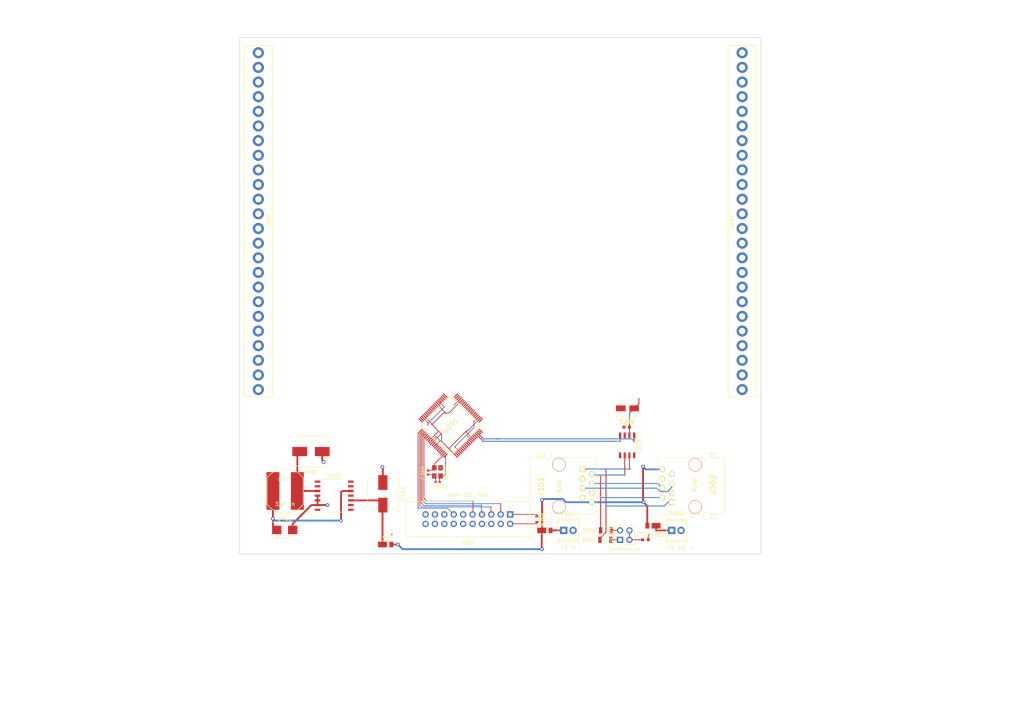
<source format=kicad_pcb>
(kicad_pcb (version 4) (host pcbnew 4.0.7+dfsg1-1ubuntu2)

  (general
    (links 87)
    (no_connects 0)
    (area 76.124999 12.624999 217.245001 152.475001)
    (thickness 1.6)
    (drawings 4)
    (tracks 262)
    (zones 0)
    (modules 27)
    (nets 142)
  )

  (page A4)
  (layers
    (0 F.Cu signal)
    (31 B.Cu signal)
    (32 B.Adhes user)
    (33 F.Adhes user)
    (34 B.Paste user)
    (35 F.Paste user)
    (36 B.SilkS user)
    (37 F.SilkS user)
    (38 B.Mask user)
    (39 F.Mask user)
    (40 Dwgs.User user)
    (41 Cmts.User user)
    (42 Eco1.User user)
    (43 Eco2.User user)
    (44 Edge.Cuts user)
    (45 Margin user)
    (46 B.CrtYd user)
    (47 F.CrtYd user)
    (48 B.Fab user)
    (49 F.Fab user)
  )

  (setup
    (last_trace_width 0.25)
    (user_trace_width 0.2)
    (user_trace_width 0.25)
    (user_trace_width 0.5)
    (user_trace_width 1)
    (user_trace_width 2)
    (trace_clearance 0.075)
    (zone_clearance 0.508)
    (zone_45_only no)
    (trace_min 0.15)
    (segment_width 0.2)
    (edge_width 0.15)
    (via_size 0.3)
    (via_drill 0.2)
    (via_min_size 0.3)
    (via_min_drill 0.15)
    (user_via 0.4 0.2)
    (user_via 0.5 0.25)
    (user_via 1 0.5)
    (user_via 2 1)
    (user_via 4 2)
    (uvia_size 0.2)
    (uvia_drill 0.1)
    (uvias_allowed yes)
    (uvia_min_size 0.2)
    (uvia_min_drill 0.1)
    (pcb_text_width 0.3)
    (pcb_text_size 1.5 1.5)
    (mod_edge_width 0.15)
    (mod_text_size 1 1)
    (mod_text_width 0.15)
    (pad_size 1.524 1.524)
    (pad_drill 0.762)
    (pad_to_mask_clearance 0.2)
    (aux_axis_origin 0 0)
    (visible_elements FFFFFF7F)
    (pcbplotparams
      (layerselection 0x00030_80000001)
      (usegerberextensions false)
      (excludeedgelayer true)
      (linewidth 0.100000)
      (plotframeref false)
      (viasonmask false)
      (mode 1)
      (useauxorigin false)
      (hpglpennumber 1)
      (hpglpenspeed 20)
      (hpglpendiameter 15)
      (hpglpenoverlay 2)
      (psnegative false)
      (psa4output false)
      (plotreference true)
      (plotvalue true)
      (plotinvisibletext false)
      (padsonsilk false)
      (subtractmaskfromsilk false)
      (outputformat 1)
      (mirror false)
      (drillshape 1)
      (scaleselection 1)
      (outputdirectory ""))
  )

  (net 0 "")
  (net 1 "Net-(C201-Pad1)")
  (net 2 GND)
  (net 3 "Net-(C202-Pad1)")
  (net 4 "Net-(U201-Pad6)")
  (net 5 "Net-(U201-Pad7)")
  (net 6 "Net-(U201-Pad11)")
  (net 7 "Net-(U201-Pad13)")
  (net 8 "Net-(U201-Pad14)")
  (net 9 "Net-(U201-Pad15)")
  (net 10 "Net-(U201-Pad16)")
  (net 11 "Net-(U201-Pad17)")
  (net 12 "Net-(U201-Pad18)")
  (net 13 "Net-(U201-Pad22)")
  (net 14 "Net-(U201-Pad23)")
  (net 15 "Net-(U201-Pad25)")
  (net 16 "Net-(U201-Pad26)")
  (net 17 "Net-(U201-Pad27)")
  (net 18 "Net-(U201-Pad28)")
  (net 19 "Net-(U201-Pad29)")
  (net 20 "Net-(U201-Pad30)")
  (net 21 "Net-(U201-Pad31)")
  (net 22 "Net-(U201-Pad32)")
  (net 23 "Net-(U201-Pad35)")
  (net 24 "Net-(U201-Pad36)")
  (net 25 "Net-(U201-Pad39)")
  (net 26 "Net-(U201-Pad40)")
  (net 27 "Net-(U201-Pad41)")
  (net 28 "Net-(U201-Pad44)")
  (net 29 "Net-(U201-Pad45)")
  (net 30 "Net-(U201-Pad46)")
  (net 31 "Net-(U201-Pad47)")
  (net 32 "Net-(U201-Pad48)")
  (net 33 "Net-(U201-Pad49)")
  (net 34 "Net-(U201-Pad50)")
  (net 35 "Net-(U201-Pad51)")
  (net 36 "Net-(U201-Pad52)")
  (net 37 "Net-(U201-Pad53)")
  (net 38 "Net-(U201-Pad54)")
  (net 39 "Net-(U201-Pad55)")
  (net 40 "Net-(U201-Pad58)")
  (net 41 "Net-(U201-Pad59)")
  (net 42 "Net-(U201-Pad60)")
  (net 43 "Net-(U201-Pad61)")
  (net 44 "Net-(U201-Pad62)")
  (net 45 "Net-(U201-Pad63)")
  (net 46 "Net-(U201-Pad64)")
  (net 47 "Net-(U201-Pad65)")
  (net 48 "Net-(U201-Pad68)")
  (net 49 "Net-(U201-Pad69)")
  (net 50 "Net-(U201-Pad70)")
  (net 51 "Net-(U201-Pad71)")
  (net 52 "Net-(U201-Pad72)")
  (net 53 "Net-(U201-Pad73)")
  (net 54 "Net-(U201-Pad74)")
  (net 55 "Net-(U201-Pad75)")
  (net 56 "Net-(U201-Pad76)")
  (net 57 "Net-(U201-Pad79)")
  (net 58 "Net-(U201-Pad80)")
  (net 59 +3V3)
  (net 60 "Net-(C303-Pad1)")
  (net 61 "Net-(C402-Pad1)")
  (net 62 "CAN +12V")
  (net 63 "Net-(D301-Pad2)")
  (net 64 "Net-(D302-Pad1)")
  (net 65 "Net-(D401-Pad1)")
  (net 66 "/CAN Transceiver/CANH")
  (net 67 "/CAN Transceiver/CANL")
  (net 68 "Net-(J301-Pad4)")
  (net 69 "Net-(J301-Pad5)")
  (net 70 "Net-(JP301-Pad1)")
  (net 71 "Net-(JP301-Pad2)")
  (net 72 "/CAN Transceiver/CAN_RX")
  (net 73 "/CAN Transceiver/CAN_TX")
  (net 74 "Net-(U301-Pad5)")
  (net 75 "Net-(U301-Pad8)")
  (net 76 "Net-(U401-Pad1)")
  (net 77 "Net-(U401-Pad2)")
  (net 78 "Net-(U401-Pad7)")
  (net 79 "Net-(U401-Pad8)")
  (net 80 "Net-(U401-Pad9)")
  (net 81 "Net-(U401-Pad11)")
  (net 82 "Net-(U401-Pad13)")
  (net 83 "Net-(U401-Pad14)")
  (net 84 "Net-(J201-Pad1)")
  (net 85 "Net-(J201-Pad3)")
  (net 86 "Net-(J201-Pad5)")
  (net 87 "Net-(J201-Pad7)")
  (net 88 "Net-(J201-Pad9)")
  (net 89 "Net-(J201-Pad11)")
  (net 90 "Net-(J201-Pad13)")
  (net 91 "Net-(J201-Pad15)")
  (net 92 "Net-(J201-Pad17)")
  (net 93 "Net-(J201-Pad19)")
  (net 94 "Net-(J501-Pad1)")
  (net 95 "Net-(J501-Pad2)")
  (net 96 "Net-(J501-Pad3)")
  (net 97 "Net-(J501-Pad4)")
  (net 98 "Net-(J501-Pad5)")
  (net 99 "Net-(J501-Pad6)")
  (net 100 "Net-(J501-Pad7)")
  (net 101 "Net-(J501-Pad8)")
  (net 102 "Net-(J501-Pad9)")
  (net 103 "Net-(J501-Pad10)")
  (net 104 "Net-(J501-Pad11)")
  (net 105 "Net-(J501-Pad12)")
  (net 106 "Net-(J501-Pad13)")
  (net 107 "Net-(J501-Pad14)")
  (net 108 "Net-(J501-Pad15)")
  (net 109 "Net-(J501-Pad16)")
  (net 110 "Net-(J501-Pad17)")
  (net 111 "Net-(J501-Pad18)")
  (net 112 "Net-(J501-Pad19)")
  (net 113 "Net-(J501-Pad20)")
  (net 114 "Net-(J501-Pad21)")
  (net 115 "Net-(J501-Pad22)")
  (net 116 "Net-(J501-Pad23)")
  (net 117 "Net-(J501-Pad24)")
  (net 118 "Net-(J601-Pad1)")
  (net 119 "Net-(J601-Pad2)")
  (net 120 "Net-(J601-Pad3)")
  (net 121 "Net-(J601-Pad4)")
  (net 122 "Net-(J601-Pad5)")
  (net 123 "Net-(J601-Pad6)")
  (net 124 "Net-(J601-Pad7)")
  (net 125 "Net-(J601-Pad8)")
  (net 126 "Net-(J601-Pad9)")
  (net 127 "Net-(J601-Pad10)")
  (net 128 "Net-(J601-Pad11)")
  (net 129 "Net-(J601-Pad12)")
  (net 130 "Net-(J601-Pad13)")
  (net 131 "Net-(J601-Pad14)")
  (net 132 "Net-(J601-Pad15)")
  (net 133 "Net-(J601-Pad16)")
  (net 134 "Net-(J601-Pad17)")
  (net 135 "Net-(J601-Pad18)")
  (net 136 "Net-(J601-Pad19)")
  (net 137 "Net-(J601-Pad20)")
  (net 138 "Net-(J601-Pad21)")
  (net 139 "Net-(J601-Pad22)")
  (net 140 "Net-(J601-Pad23)")
  (net 141 "Net-(J601-Pad24)")

  (net_class Default "This is the default net class."
    (clearance 0.075)
    (trace_width 0.15)
    (via_dia 0.3)
    (via_drill 0.2)
    (uvia_dia 0.2)
    (uvia_drill 0.1)
    (add_net +3V3)
    (add_net "/CAN Transceiver/CANH")
    (add_net "/CAN Transceiver/CANL")
    (add_net "/CAN Transceiver/CAN_RX")
    (add_net "/CAN Transceiver/CAN_TX")
    (add_net "CAN +12V")
    (add_net GND)
    (add_net "Net-(C201-Pad1)")
    (add_net "Net-(C202-Pad1)")
    (add_net "Net-(C303-Pad1)")
    (add_net "Net-(C402-Pad1)")
    (add_net "Net-(D301-Pad2)")
    (add_net "Net-(D302-Pad1)")
    (add_net "Net-(D401-Pad1)")
    (add_net "Net-(J201-Pad1)")
    (add_net "Net-(J201-Pad11)")
    (add_net "Net-(J201-Pad13)")
    (add_net "Net-(J201-Pad15)")
    (add_net "Net-(J201-Pad17)")
    (add_net "Net-(J201-Pad19)")
    (add_net "Net-(J201-Pad3)")
    (add_net "Net-(J201-Pad5)")
    (add_net "Net-(J201-Pad7)")
    (add_net "Net-(J201-Pad9)")
    (add_net "Net-(J301-Pad4)")
    (add_net "Net-(J301-Pad5)")
    (add_net "Net-(J501-Pad1)")
    (add_net "Net-(J501-Pad10)")
    (add_net "Net-(J501-Pad11)")
    (add_net "Net-(J501-Pad12)")
    (add_net "Net-(J501-Pad13)")
    (add_net "Net-(J501-Pad14)")
    (add_net "Net-(J501-Pad15)")
    (add_net "Net-(J501-Pad16)")
    (add_net "Net-(J501-Pad17)")
    (add_net "Net-(J501-Pad18)")
    (add_net "Net-(J501-Pad19)")
    (add_net "Net-(J501-Pad2)")
    (add_net "Net-(J501-Pad20)")
    (add_net "Net-(J501-Pad21)")
    (add_net "Net-(J501-Pad22)")
    (add_net "Net-(J501-Pad23)")
    (add_net "Net-(J501-Pad24)")
    (add_net "Net-(J501-Pad3)")
    (add_net "Net-(J501-Pad4)")
    (add_net "Net-(J501-Pad5)")
    (add_net "Net-(J501-Pad6)")
    (add_net "Net-(J501-Pad7)")
    (add_net "Net-(J501-Pad8)")
    (add_net "Net-(J501-Pad9)")
    (add_net "Net-(J601-Pad1)")
    (add_net "Net-(J601-Pad10)")
    (add_net "Net-(J601-Pad11)")
    (add_net "Net-(J601-Pad12)")
    (add_net "Net-(J601-Pad13)")
    (add_net "Net-(J601-Pad14)")
    (add_net "Net-(J601-Pad15)")
    (add_net "Net-(J601-Pad16)")
    (add_net "Net-(J601-Pad17)")
    (add_net "Net-(J601-Pad18)")
    (add_net "Net-(J601-Pad19)")
    (add_net "Net-(J601-Pad2)")
    (add_net "Net-(J601-Pad20)")
    (add_net "Net-(J601-Pad21)")
    (add_net "Net-(J601-Pad22)")
    (add_net "Net-(J601-Pad23)")
    (add_net "Net-(J601-Pad24)")
    (add_net "Net-(J601-Pad3)")
    (add_net "Net-(J601-Pad4)")
    (add_net "Net-(J601-Pad5)")
    (add_net "Net-(J601-Pad6)")
    (add_net "Net-(J601-Pad7)")
    (add_net "Net-(J601-Pad8)")
    (add_net "Net-(J601-Pad9)")
    (add_net "Net-(JP301-Pad1)")
    (add_net "Net-(JP301-Pad2)")
    (add_net "Net-(U201-Pad11)")
    (add_net "Net-(U201-Pad13)")
    (add_net "Net-(U201-Pad14)")
    (add_net "Net-(U201-Pad15)")
    (add_net "Net-(U201-Pad16)")
    (add_net "Net-(U201-Pad17)")
    (add_net "Net-(U201-Pad18)")
    (add_net "Net-(U201-Pad22)")
    (add_net "Net-(U201-Pad23)")
    (add_net "Net-(U201-Pad25)")
    (add_net "Net-(U201-Pad26)")
    (add_net "Net-(U201-Pad27)")
    (add_net "Net-(U201-Pad28)")
    (add_net "Net-(U201-Pad29)")
    (add_net "Net-(U201-Pad30)")
    (add_net "Net-(U201-Pad31)")
    (add_net "Net-(U201-Pad32)")
    (add_net "Net-(U201-Pad35)")
    (add_net "Net-(U201-Pad36)")
    (add_net "Net-(U201-Pad39)")
    (add_net "Net-(U201-Pad40)")
    (add_net "Net-(U201-Pad41)")
    (add_net "Net-(U201-Pad44)")
    (add_net "Net-(U201-Pad45)")
    (add_net "Net-(U201-Pad46)")
    (add_net "Net-(U201-Pad47)")
    (add_net "Net-(U201-Pad48)")
    (add_net "Net-(U201-Pad49)")
    (add_net "Net-(U201-Pad50)")
    (add_net "Net-(U201-Pad51)")
    (add_net "Net-(U201-Pad52)")
    (add_net "Net-(U201-Pad53)")
    (add_net "Net-(U201-Pad54)")
    (add_net "Net-(U201-Pad55)")
    (add_net "Net-(U201-Pad58)")
    (add_net "Net-(U201-Pad59)")
    (add_net "Net-(U201-Pad6)")
    (add_net "Net-(U201-Pad60)")
    (add_net "Net-(U201-Pad61)")
    (add_net "Net-(U201-Pad62)")
    (add_net "Net-(U201-Pad63)")
    (add_net "Net-(U201-Pad64)")
    (add_net "Net-(U201-Pad65)")
    (add_net "Net-(U201-Pad68)")
    (add_net "Net-(U201-Pad69)")
    (add_net "Net-(U201-Pad7)")
    (add_net "Net-(U201-Pad70)")
    (add_net "Net-(U201-Pad71)")
    (add_net "Net-(U201-Pad72)")
    (add_net "Net-(U201-Pad73)")
    (add_net "Net-(U201-Pad74)")
    (add_net "Net-(U201-Pad75)")
    (add_net "Net-(U201-Pad76)")
    (add_net "Net-(U201-Pad79)")
    (add_net "Net-(U201-Pad80)")
    (add_net "Net-(U301-Pad5)")
    (add_net "Net-(U301-Pad8)")
    (add_net "Net-(U401-Pad1)")
    (add_net "Net-(U401-Pad11)")
    (add_net "Net-(U401-Pad13)")
    (add_net "Net-(U401-Pad14)")
    (add_net "Net-(U401-Pad2)")
    (add_net "Net-(U401-Pad7)")
    (add_net "Net-(U401-Pad8)")
    (add_net "Net-(U401-Pad9)")
  )

  (module Capacitors_SMD:C_0402 (layer F.Cu) (tedit 58AA841A) (tstamp 631BAB8E)
    (at 125.857 138.007 270)
    (descr "Capacitor SMD 0402, reflow soldering, AVX (see smccp.pdf)")
    (tags "capacitor 0402")
    (path /631B4A0D/631B6AFD)
    (attr smd)
    (fp_text reference C201 (at 0.042 1.27 270) (layer F.SilkS)
      (effects (font (size 1 1) (thickness 0.15)))
    )
    (fp_text value "18 pF" (at 0.042 2.54 270) (layer F.Fab)
      (effects (font (size 1 1) (thickness 0.15)))
    )
    (fp_text user %R (at 0.042 1.27 270) (layer F.Fab)
      (effects (font (size 1 1) (thickness 0.15)))
    )
    (fp_line (start -0.5 0.25) (end -0.5 -0.25) (layer F.Fab) (width 0.1))
    (fp_line (start 0.5 0.25) (end -0.5 0.25) (layer F.Fab) (width 0.1))
    (fp_line (start 0.5 -0.25) (end 0.5 0.25) (layer F.Fab) (width 0.1))
    (fp_line (start -0.5 -0.25) (end 0.5 -0.25) (layer F.Fab) (width 0.1))
    (fp_line (start 0.25 -0.47) (end -0.25 -0.47) (layer F.SilkS) (width 0.12))
    (fp_line (start -0.25 0.47) (end 0.25 0.47) (layer F.SilkS) (width 0.12))
    (fp_line (start -1 -0.4) (end 1 -0.4) (layer F.CrtYd) (width 0.05))
    (fp_line (start -1 -0.4) (end -1 0.4) (layer F.CrtYd) (width 0.05))
    (fp_line (start 1 0.4) (end 1 -0.4) (layer F.CrtYd) (width 0.05))
    (fp_line (start 1 0.4) (end -1 0.4) (layer F.CrtYd) (width 0.05))
    (pad 1 smd rect (at -0.55 0 270) (size 0.6 0.5) (layers F.Cu F.Paste F.Mask)
      (net 1 "Net-(C201-Pad1)"))
    (pad 2 smd rect (at 0.55 0 270) (size 0.6 0.5) (layers F.Cu F.Paste F.Mask)
      (net 2 GND))
    (model Capacitors_SMD.3dshapes/C_0402.wrl
      (at (xyz 0 0 0))
      (scale (xyz 1 1 1))
      (rotate (xyz 0 0 0))
    )
  )

  (module Capacitors_SMD:C_0402 (layer F.Cu) (tedit 58AA841A) (tstamp 631BAB9F)
    (at 128.482 140.589 180)
    (descr "Capacitor SMD 0402, reflow soldering, AVX (see smccp.pdf)")
    (tags "capacitor 0402")
    (path /631B4A0D/631B6B6A)
    (attr smd)
    (fp_text reference C202 (at 0 -1.27 180) (layer F.SilkS)
      (effects (font (size 1 1) (thickness 0.15)))
    )
    (fp_text value 18pf (at 0 -2.54 180) (layer F.Fab)
      (effects (font (size 1 1) (thickness 0.15)))
    )
    (fp_text user %R (at 0 -1.27 180) (layer F.Fab)
      (effects (font (size 1 1) (thickness 0.15)))
    )
    (fp_line (start -0.5 0.25) (end -0.5 -0.25) (layer F.Fab) (width 0.1))
    (fp_line (start 0.5 0.25) (end -0.5 0.25) (layer F.Fab) (width 0.1))
    (fp_line (start 0.5 -0.25) (end 0.5 0.25) (layer F.Fab) (width 0.1))
    (fp_line (start -0.5 -0.25) (end 0.5 -0.25) (layer F.Fab) (width 0.1))
    (fp_line (start 0.25 -0.47) (end -0.25 -0.47) (layer F.SilkS) (width 0.12))
    (fp_line (start -0.25 0.47) (end 0.25 0.47) (layer F.SilkS) (width 0.12))
    (fp_line (start -1 -0.4) (end 1 -0.4) (layer F.CrtYd) (width 0.05))
    (fp_line (start -1 -0.4) (end -1 0.4) (layer F.CrtYd) (width 0.05))
    (fp_line (start 1 0.4) (end 1 -0.4) (layer F.CrtYd) (width 0.05))
    (fp_line (start 1 0.4) (end -1 0.4) (layer F.CrtYd) (width 0.05))
    (pad 1 smd rect (at -0.55 0 180) (size 0.6 0.5) (layers F.Cu F.Paste F.Mask)
      (net 3 "Net-(C202-Pad1)"))
    (pad 2 smd rect (at 0.55 0 180) (size 0.6 0.5) (layers F.Cu F.Paste F.Mask)
      (net 2 GND))
    (model Capacitors_SMD.3dshapes/C_0402.wrl
      (at (xyz 0 0 0))
      (scale (xyz 1 1 1))
      (rotate (xyz 0 0 0))
    )
  )

  (module QFP50:QFP50P1400X1400X160-80N (layer F.Cu) (tedit 0) (tstamp 631BAC02)
    (at 131.9911 125.3236 45)
    (descr SOT315-1)
    (tags "Integrated Circuit")
    (path /631B4A0D/631B4A6C)
    (attr smd)
    (fp_text reference U201 (at 0 0 45) (layer F.SilkS)
      (effects (font (size 1.27 1.27) (thickness 0.254)))
    )
    (fp_text value LPC1754FBD80,551 (at 0 0 45) (layer F.SilkS) hide
      (effects (font (size 1.27 1.27) (thickness 0.254)))
    )
    (fp_text user %R (at 0 0 45) (layer F.Fab)
      (effects (font (size 1.27 1.27) (thickness 0.254)))
    )
    (fp_line (start -7.725 -7.725) (end 7.725 -7.725) (layer F.CrtYd) (width 0.05))
    (fp_line (start 7.725 -7.725) (end 7.725 7.725) (layer F.CrtYd) (width 0.05))
    (fp_line (start 7.725 7.725) (end -7.725 7.725) (layer F.CrtYd) (width 0.05))
    (fp_line (start -7.725 7.725) (end -7.725 -7.725) (layer F.CrtYd) (width 0.05))
    (fp_line (start -6 -6) (end 6 -6) (layer F.Fab) (width 0.1))
    (fp_line (start 6 -6) (end 6 6) (layer F.Fab) (width 0.1))
    (fp_line (start 6 6) (end -6 6) (layer F.Fab) (width 0.1))
    (fp_line (start -6 6) (end -6 -6) (layer F.Fab) (width 0.1))
    (fp_line (start -6 -5.5) (end -5.5 -6) (layer F.Fab) (width 0.1))
    (fp_line (start -5.65 -5.65) (end 5.65 -5.65) (layer F.SilkS) (width 0.2))
    (fp_line (start 5.65 -5.65) (end 5.65 5.65) (layer F.SilkS) (width 0.2))
    (fp_line (start 5.65 5.65) (end -5.65 5.65) (layer F.SilkS) (width 0.2))
    (fp_line (start -5.65 5.65) (end -5.65 -5.65) (layer F.SilkS) (width 0.2))
    (fp_circle (center -7.225 -5.5) (end -7.225 -5.375) (layer F.SilkS) (width 0.25))
    (pad 1 smd rect (at -6.738 -4.75 135) (size 0.3 1.475) (layers F.Cu F.Paste F.Mask)
      (net 90 "Net-(J201-Pad13)"))
    (pad 2 smd rect (at -6.738 -4.25 135) (size 0.3 1.475) (layers F.Cu F.Paste F.Mask)
      (net 86 "Net-(J201-Pad5)"))
    (pad 3 smd rect (at -6.738 -3.75 135) (size 0.3 1.475) (layers F.Cu F.Paste F.Mask)
      (net 87 "Net-(J201-Pad7)"))
    (pad 4 smd rect (at -6.738 -3.25 135) (size 0.3 1.475) (layers F.Cu F.Paste F.Mask)
      (net 85 "Net-(J201-Pad3)"))
    (pad 5 smd rect (at -6.738 -2.75 135) (size 0.3 1.475) (layers F.Cu F.Paste F.Mask)
      (net 88 "Net-(J201-Pad9)"))
    (pad 6 smd rect (at -6.738 -2.25 135) (size 0.3 1.475) (layers F.Cu F.Paste F.Mask)
      (net 4 "Net-(U201-Pad6)"))
    (pad 7 smd rect (at -6.738 -1.75 135) (size 0.3 1.475) (layers F.Cu F.Paste F.Mask)
      (net 5 "Net-(U201-Pad7)"))
    (pad 8 smd rect (at -6.738 -1.25 135) (size 0.3 1.475) (layers F.Cu F.Paste F.Mask)
      (net 59 +3V3))
    (pad 9 smd rect (at -6.738 -0.75 135) (size 0.3 1.475) (layers F.Cu F.Paste F.Mask)
      (net 2 GND))
    (pad 10 smd rect (at -6.738 -0.25 135) (size 0.3 1.475) (layers F.Cu F.Paste F.Mask)
      (net 59 +3V3))
    (pad 11 smd rect (at -6.738 0.25 135) (size 0.3 1.475) (layers F.Cu F.Paste F.Mask)
      (net 6 "Net-(U201-Pad11)"))
    (pad 12 smd rect (at -6.738 0.75 135) (size 0.3 1.475) (layers F.Cu F.Paste F.Mask)
      (net 2 GND))
    (pad 13 smd rect (at -6.738 1.25 135) (size 0.3 1.475) (layers F.Cu F.Paste F.Mask)
      (net 7 "Net-(U201-Pad13)"))
    (pad 14 smd rect (at -6.738 1.75 135) (size 0.3 1.475) (layers F.Cu F.Paste F.Mask)
      (net 8 "Net-(U201-Pad14)"))
    (pad 15 smd rect (at -6.738 2.25 135) (size 0.3 1.475) (layers F.Cu F.Paste F.Mask)
      (net 9 "Net-(U201-Pad15)"))
    (pad 16 smd rect (at -6.738 2.75 135) (size 0.3 1.475) (layers F.Cu F.Paste F.Mask)
      (net 10 "Net-(U201-Pad16)"))
    (pad 17 smd rect (at -6.738 3.25 135) (size 0.3 1.475) (layers F.Cu F.Paste F.Mask)
      (net 11 "Net-(U201-Pad17)"))
    (pad 18 smd rect (at -6.738 3.75 135) (size 0.3 1.475) (layers F.Cu F.Paste F.Mask)
      (net 12 "Net-(U201-Pad18)"))
    (pad 19 smd rect (at -6.738 4.25 135) (size 0.3 1.475) (layers F.Cu F.Paste F.Mask)
      (net 1 "Net-(C201-Pad1)"))
    (pad 20 smd rect (at -6.738 4.75 135) (size 0.3 1.475) (layers F.Cu F.Paste F.Mask)
      (net 3 "Net-(C202-Pad1)"))
    (pad 21 smd rect (at -4.75 6.738 45) (size 0.3 1.475) (layers F.Cu F.Paste F.Mask)
      (net 59 +3V3))
    (pad 22 smd rect (at -4.25 6.738 45) (size 0.3 1.475) (layers F.Cu F.Paste F.Mask)
      (net 13 "Net-(U201-Pad22)"))
    (pad 23 smd rect (at -3.75 6.738 45) (size 0.3 1.475) (layers F.Cu F.Paste F.Mask)
      (net 14 "Net-(U201-Pad23)"))
    (pad 24 smd rect (at -3.25 6.738 45) (size 0.3 1.475) (layers F.Cu F.Paste F.Mask)
      (net 2 GND))
    (pad 25 smd rect (at -2.75 6.738 45) (size 0.3 1.475) (layers F.Cu F.Paste F.Mask)
      (net 15 "Net-(U201-Pad25)"))
    (pad 26 smd rect (at -2.25 6.738 45) (size 0.3 1.475) (layers F.Cu F.Paste F.Mask)
      (net 16 "Net-(U201-Pad26)"))
    (pad 27 smd rect (at -1.75 6.738 45) (size 0.3 1.475) (layers F.Cu F.Paste F.Mask)
      (net 17 "Net-(U201-Pad27)"))
    (pad 28 smd rect (at -1.25 6.738 45) (size 0.3 1.475) (layers F.Cu F.Paste F.Mask)
      (net 18 "Net-(U201-Pad28)"))
    (pad 29 smd rect (at -0.75 6.738 45) (size 0.3 1.475) (layers F.Cu F.Paste F.Mask)
      (net 19 "Net-(U201-Pad29)"))
    (pad 30 smd rect (at -0.25 6.738 45) (size 0.3 1.475) (layers F.Cu F.Paste F.Mask)
      (net 20 "Net-(U201-Pad30)"))
    (pad 31 smd rect (at 0.25 6.738 45) (size 0.3 1.475) (layers F.Cu F.Paste F.Mask)
      (net 21 "Net-(U201-Pad31)"))
    (pad 32 smd rect (at 0.75 6.738 45) (size 0.3 1.475) (layers F.Cu F.Paste F.Mask)
      (net 22 "Net-(U201-Pad32)"))
    (pad 33 smd rect (at 1.25 6.738 45) (size 0.3 1.475) (layers F.Cu F.Paste F.Mask)
      (net 2 GND))
    (pad 34 smd rect (at 1.75 6.738 45) (size 0.3 1.475) (layers F.Cu F.Paste F.Mask)
      (net 59 +3V3))
    (pad 35 smd rect (at 2.25 6.738 45) (size 0.3 1.475) (layers F.Cu F.Paste F.Mask)
      (net 23 "Net-(U201-Pad35)"))
    (pad 36 smd rect (at 2.75 6.738 45) (size 0.3 1.475) (layers F.Cu F.Paste F.Mask)
      (net 24 "Net-(U201-Pad36)"))
    (pad 37 smd rect (at 3.25 6.738 45) (size 0.3 1.475) (layers F.Cu F.Paste F.Mask)
      (net 72 "/CAN Transceiver/CAN_RX"))
    (pad 38 smd rect (at 3.75 6.738 45) (size 0.3 1.475) (layers F.Cu F.Paste F.Mask)
      (net 73 "/CAN Transceiver/CAN_TX"))
    (pad 39 smd rect (at 4.25 6.738 45) (size 0.3 1.475) (layers F.Cu F.Paste F.Mask)
      (net 25 "Net-(U201-Pad39)"))
    (pad 40 smd rect (at 4.75 6.738 45) (size 0.3 1.475) (layers F.Cu F.Paste F.Mask)
      (net 26 "Net-(U201-Pad40)"))
    (pad 41 smd rect (at 6.738 4.75 135) (size 0.3 1.475) (layers F.Cu F.Paste F.Mask)
      (net 27 "Net-(U201-Pad41)"))
    (pad 42 smd rect (at 6.738 4.25 135) (size 0.3 1.475) (layers F.Cu F.Paste F.Mask)
      (net 59 +3V3))
    (pad 43 smd rect (at 6.738 3.75 135) (size 0.3 1.475) (layers F.Cu F.Paste F.Mask)
      (net 2 GND))
    (pad 44 smd rect (at 6.738 3.25 135) (size 0.3 1.475) (layers F.Cu F.Paste F.Mask)
      (net 28 "Net-(U201-Pad44)"))
    (pad 45 smd rect (at 6.738 2.75 135) (size 0.3 1.475) (layers F.Cu F.Paste F.Mask)
      (net 29 "Net-(U201-Pad45)"))
    (pad 46 smd rect (at 6.738 2.25 135) (size 0.3 1.475) (layers F.Cu F.Paste F.Mask)
      (net 30 "Net-(U201-Pad46)"))
    (pad 47 smd rect (at 6.738 1.75 135) (size 0.3 1.475) (layers F.Cu F.Paste F.Mask)
      (net 31 "Net-(U201-Pad47)"))
    (pad 48 smd rect (at 6.738 1.25 135) (size 0.3 1.475) (layers F.Cu F.Paste F.Mask)
      (net 32 "Net-(U201-Pad48)"))
    (pad 49 smd rect (at 6.738 0.75 135) (size 0.3 1.475) (layers F.Cu F.Paste F.Mask)
      (net 33 "Net-(U201-Pad49)"))
    (pad 50 smd rect (at 6.738 0.25 135) (size 0.3 1.475) (layers F.Cu F.Paste F.Mask)
      (net 34 "Net-(U201-Pad50)"))
    (pad 51 smd rect (at 6.738 -0.25 135) (size 0.3 1.475) (layers F.Cu F.Paste F.Mask)
      (net 35 "Net-(U201-Pad51)"))
    (pad 52 smd rect (at 6.738 -0.75 135) (size 0.3 1.475) (layers F.Cu F.Paste F.Mask)
      (net 36 "Net-(U201-Pad52)"))
    (pad 53 smd rect (at 6.738 -1.25 135) (size 0.3 1.475) (layers F.Cu F.Paste F.Mask)
      (net 37 "Net-(U201-Pad53)"))
    (pad 54 smd rect (at 6.738 -1.75 135) (size 0.3 1.475) (layers F.Cu F.Paste F.Mask)
      (net 38 "Net-(U201-Pad54)"))
    (pad 55 smd rect (at 6.738 -2.25 135) (size 0.3 1.475) (layers F.Cu F.Paste F.Mask)
      (net 39 "Net-(U201-Pad55)"))
    (pad 56 smd rect (at 6.738 -2.75 135) (size 0.3 1.475) (layers F.Cu F.Paste F.Mask)
      (net 59 +3V3))
    (pad 57 smd rect (at 6.738 -3.25 135) (size 0.3 1.475) (layers F.Cu F.Paste F.Mask)
      (net 2 GND))
    (pad 58 smd rect (at 6.738 -3.75 135) (size 0.3 1.475) (layers F.Cu F.Paste F.Mask)
      (net 40 "Net-(U201-Pad58)"))
    (pad 59 smd rect (at 6.738 -4.25 135) (size 0.3 1.475) (layers F.Cu F.Paste F.Mask)
      (net 41 "Net-(U201-Pad59)"))
    (pad 60 smd rect (at 6.738 -4.75 135) (size 0.3 1.475) (layers F.Cu F.Paste F.Mask)
      (net 42 "Net-(U201-Pad60)"))
    (pad 61 smd rect (at 4.75 -6.738 45) (size 0.3 1.475) (layers F.Cu F.Paste F.Mask)
      (net 43 "Net-(U201-Pad61)"))
    (pad 62 smd rect (at 4.25 -6.738 45) (size 0.3 1.475) (layers F.Cu F.Paste F.Mask)
      (net 44 "Net-(U201-Pad62)"))
    (pad 63 smd rect (at 3.75 -6.738 45) (size 0.3 1.475) (layers F.Cu F.Paste F.Mask)
      (net 45 "Net-(U201-Pad63)"))
    (pad 64 smd rect (at 3.25 -6.738 45) (size 0.3 1.475) (layers F.Cu F.Paste F.Mask)
      (net 46 "Net-(U201-Pad64)"))
    (pad 65 smd rect (at 2.75 -6.738 45) (size 0.3 1.475) (layers F.Cu F.Paste F.Mask)
      (net 47 "Net-(U201-Pad65)"))
    (pad 66 smd rect (at 2.25 -6.738 45) (size 0.3 1.475) (layers F.Cu F.Paste F.Mask)
      (net 2 GND))
    (pad 67 smd rect (at 1.75 -6.738 45) (size 0.3 1.475) (layers F.Cu F.Paste F.Mask)
      (net 59 +3V3))
    (pad 68 smd rect (at 1.25 -6.738 45) (size 0.3 1.475) (layers F.Cu F.Paste F.Mask)
      (net 48 "Net-(U201-Pad68)"))
    (pad 69 smd rect (at 0.75 -6.738 45) (size 0.3 1.475) (layers F.Cu F.Paste F.Mask)
      (net 49 "Net-(U201-Pad69)"))
    (pad 70 smd rect (at 0.25 -6.738 45) (size 0.3 1.475) (layers F.Cu F.Paste F.Mask)
      (net 50 "Net-(U201-Pad70)"))
    (pad 71 smd rect (at -0.25 -6.738 45) (size 0.3 1.475) (layers F.Cu F.Paste F.Mask)
      (net 51 "Net-(U201-Pad71)"))
    (pad 72 smd rect (at -0.75 -6.738 45) (size 0.3 1.475) (layers F.Cu F.Paste F.Mask)
      (net 52 "Net-(U201-Pad72)"))
    (pad 73 smd rect (at -1.25 -6.738 45) (size 0.3 1.475) (layers F.Cu F.Paste F.Mask)
      (net 53 "Net-(U201-Pad73)"))
    (pad 74 smd rect (at -1.75 -6.738 45) (size 0.3 1.475) (layers F.Cu F.Paste F.Mask)
      (net 54 "Net-(U201-Pad74)"))
    (pad 75 smd rect (at -2.25 -6.738 45) (size 0.3 1.475) (layers F.Cu F.Paste F.Mask)
      (net 55 "Net-(U201-Pad75)"))
    (pad 76 smd rect (at -2.75 -6.738 45) (size 0.3 1.475) (layers F.Cu F.Paste F.Mask)
      (net 56 "Net-(U201-Pad76)"))
    (pad 77 smd rect (at -3.25 -6.738 45) (size 0.3 1.475) (layers F.Cu F.Paste F.Mask)
      (net 59 +3V3))
    (pad 78 smd rect (at -3.75 -6.738 45) (size 0.3 1.475) (layers F.Cu F.Paste F.Mask)
      (net 2 GND))
    (pad 79 smd rect (at -4.25 -6.738 45) (size 0.3 1.475) (layers F.Cu F.Paste F.Mask)
      (net 57 "Net-(U201-Pad79)"))
    (pad 80 smd rect (at -4.75 -6.738 45) (size 0.3 1.475) (layers F.Cu F.Paste F.Mask)
      (net 58 "Net-(U201-Pad80)"))
    (model LPC1754FBD80,551.stp
      (at (xyz 0 0 0))
      (scale (xyz 1 1 1))
      (rotate (xyz 0 0 0))
    )
  )

  (module Crystals:Crystal_SMD_Abracon_ABM8G-4pin_3.2x2.5mm (layer F.Cu) (tedit 58CD2E9C) (tstamp 631BAC1A)
    (at 128.436 137.838 270)
    (descr "Abracon Miniature Ceramic Smd Crystal ABM8G http://www.abracon.com/Resonators/ABM8G.pdf, 3.2x2.5mm^2 package")
    (tags "SMD SMT crystal")
    (path /631B4A0D/631B6A97)
    (attr smd)
    (fp_text reference Y201 (at 0 -2.45 270) (layer F.SilkS)
      (effects (font (size 1 1) (thickness 0.15)))
    )
    (fp_text value 25MHZ (at 0.211 -3.898 270) (layer F.Fab)
      (effects (font (size 1 1) (thickness 0.15)))
    )
    (fp_text user %R (at 0.211 -4.914 270) (layer F.Fab)
      (effects (font (size 0.7 0.7) (thickness 0.105)))
    )
    (fp_line (start -1.4 -1.25) (end 1.4 -1.25) (layer F.Fab) (width 0.1))
    (fp_line (start 1.4 -1.25) (end 1.6 -1.05) (layer F.Fab) (width 0.1))
    (fp_line (start 1.6 -1.05) (end 1.6 1.05) (layer F.Fab) (width 0.1))
    (fp_line (start 1.6 1.05) (end 1.4 1.25) (layer F.Fab) (width 0.1))
    (fp_line (start 1.4 1.25) (end -1.4 1.25) (layer F.Fab) (width 0.1))
    (fp_line (start -1.4 1.25) (end -1.6 1.05) (layer F.Fab) (width 0.1))
    (fp_line (start -1.6 1.05) (end -1.6 -1.05) (layer F.Fab) (width 0.1))
    (fp_line (start -1.6 -1.05) (end -1.4 -1.25) (layer F.Fab) (width 0.1))
    (fp_line (start -1.6 0.25) (end -0.6 1.25) (layer F.Fab) (width 0.1))
    (fp_line (start -2 -1.65) (end -2 1.65) (layer F.SilkS) (width 0.12))
    (fp_line (start -2 1.65) (end 2 1.65) (layer F.SilkS) (width 0.12))
    (fp_line (start -2.1 -1.7) (end -2.1 1.7) (layer F.CrtYd) (width 0.05))
    (fp_line (start -2.1 1.7) (end 2.1 1.7) (layer F.CrtYd) (width 0.05))
    (fp_line (start 2.1 1.7) (end 2.1 -1.7) (layer F.CrtYd) (width 0.05))
    (fp_line (start 2.1 -1.7) (end -2.1 -1.7) (layer F.CrtYd) (width 0.05))
    (pad 1 smd rect (at -1.1 0.85 270) (size 1.4 1.2) (layers F.Cu F.Paste F.Mask)
      (net 1 "Net-(C201-Pad1)"))
    (pad 2 smd rect (at 1.1 0.85 270) (size 1.4 1.2) (layers F.Cu F.Paste F.Mask)
      (net 2 GND))
    (pad 3 smd rect (at 1.1 -0.85 270) (size 1.4 1.2) (layers F.Cu F.Paste F.Mask)
      (net 3 "Net-(C202-Pad1)"))
    (pad 4 smd rect (at -1.1 -0.85 270) (size 1.4 1.2) (layers F.Cu F.Paste F.Mask)
      (net 2 GND))
    (model ${KISYS3DMOD}/Crystals.3dshapes/Crystal_SMD_Abracon_ABM8G-4pin_3.2x2.5mm.wrl
      (at (xyz 0 0 0))
      (scale (xyz 1 1 1))
      (rotate (xyz 0 0 0))
    )
  )

  (module Capacitors_SMD:C_0603 (layer F.Cu) (tedit 59958EE7) (tstamp 631E883C)
    (at 179.59 125.73)
    (descr "Capacitor SMD 0603, reflow soldering, AVX (see smccp.pdf)")
    (tags "capacitor 0603")
    (path /631BC9FA/631BCCF6)
    (attr smd)
    (fp_text reference C301 (at 0 -1.5) (layer F.SilkS)
      (effects (font (size 1 1) (thickness 0.15)))
    )
    (fp_text value ".1 uf" (at 0 1.5) (layer F.Fab)
      (effects (font (size 1 1) (thickness 0.15)))
    )
    (fp_line (start 1.4 0.65) (end -1.4 0.65) (layer F.CrtYd) (width 0.05))
    (fp_line (start 1.4 0.65) (end 1.4 -0.65) (layer F.CrtYd) (width 0.05))
    (fp_line (start -1.4 -0.65) (end -1.4 0.65) (layer F.CrtYd) (width 0.05))
    (fp_line (start -1.4 -0.65) (end 1.4 -0.65) (layer F.CrtYd) (width 0.05))
    (fp_line (start 0.35 0.6) (end -0.35 0.6) (layer F.SilkS) (width 0.12))
    (fp_line (start -0.35 -0.6) (end 0.35 -0.6) (layer F.SilkS) (width 0.12))
    (fp_line (start -0.8 -0.4) (end 0.8 -0.4) (layer F.Fab) (width 0.1))
    (fp_line (start 0.8 -0.4) (end 0.8 0.4) (layer F.Fab) (width 0.1))
    (fp_line (start 0.8 0.4) (end -0.8 0.4) (layer F.Fab) (width 0.1))
    (fp_line (start -0.8 0.4) (end -0.8 -0.4) (layer F.Fab) (width 0.1))
    (fp_text user %R (at 0 0) (layer F.Fab)
      (effects (font (size 0.3 0.3) (thickness 0.075)))
    )
    (pad 2 smd rect (at 0.75 0) (size 0.8 0.75) (layers F.Cu F.Paste F.Mask)
      (net 2 GND))
    (pad 1 smd rect (at -0.75 0) (size 0.8 0.75) (layers F.Cu F.Paste F.Mask)
      (net 59 +3V3))
    (model Capacitors_SMD.3dshapes/C_0603.wrl
      (at (xyz 0 0 0))
      (scale (xyz 1 1 1))
      (rotate (xyz 0 0 0))
    )
  )

  (module Capacitors_SMD:CP_Elec_4x5.7 (layer F.Cu) (tedit 58AA8612) (tstamp 631E8858)
    (at 179.81 120.65)
    (descr "SMT capacitor, aluminium electrolytic, 4x5.7")
    (path /631BC9FA/631BCCF7)
    (attr smd)
    (fp_text reference C302 (at 0 3.54) (layer F.SilkS)
      (effects (font (size 1 1) (thickness 0.15)))
    )
    (fp_text value "15 uf 15V" (at 0 -3.54) (layer F.Fab)
      (effects (font (size 1 1) (thickness 0.15)))
    )
    (fp_circle (center 0 0) (end 0.3 2.1) (layer F.Fab) (width 0.1))
    (fp_text user + (at -1.1 -0.08) (layer F.Fab)
      (effects (font (size 1 1) (thickness 0.15)))
    )
    (fp_text user + (at -2.77 2.01) (layer F.SilkS)
      (effects (font (size 1 1) (thickness 0.15)))
    )
    (fp_text user %R (at 0 3.54) (layer F.Fab)
      (effects (font (size 1 1) (thickness 0.15)))
    )
    (fp_line (start 2.13 2.13) (end 2.13 -2.13) (layer F.Fab) (width 0.1))
    (fp_line (start -1.46 2.13) (end 2.13 2.13) (layer F.Fab) (width 0.1))
    (fp_line (start -2.13 1.46) (end -1.46 2.13) (layer F.Fab) (width 0.1))
    (fp_line (start -2.13 -1.46) (end -2.13 1.46) (layer F.Fab) (width 0.1))
    (fp_line (start -1.46 -2.13) (end -2.13 -1.46) (layer F.Fab) (width 0.1))
    (fp_line (start 2.13 -2.13) (end -1.46 -2.13) (layer F.Fab) (width 0.1))
    (fp_line (start 2.29 2.29) (end 2.29 1.12) (layer F.SilkS) (width 0.12))
    (fp_line (start 2.29 -2.29) (end 2.29 -1.12) (layer F.SilkS) (width 0.12))
    (fp_line (start -2.29 -1.52) (end -2.29 -1.12) (layer F.SilkS) (width 0.12))
    (fp_line (start -2.29 1.52) (end -2.29 1.12) (layer F.SilkS) (width 0.12))
    (fp_line (start -1.52 2.29) (end 2.29 2.29) (layer F.SilkS) (width 0.12))
    (fp_line (start -1.52 2.29) (end -2.29 1.52) (layer F.SilkS) (width 0.12))
    (fp_line (start -1.52 -2.29) (end 2.29 -2.29) (layer F.SilkS) (width 0.12))
    (fp_line (start -1.52 -2.29) (end -2.29 -1.52) (layer F.SilkS) (width 0.12))
    (fp_line (start -3.35 -2.39) (end 3.35 -2.39) (layer F.CrtYd) (width 0.05))
    (fp_line (start -3.35 -2.39) (end -3.35 2.38) (layer F.CrtYd) (width 0.05))
    (fp_line (start 3.35 2.38) (end 3.35 -2.39) (layer F.CrtYd) (width 0.05))
    (fp_line (start 3.35 2.38) (end -3.35 2.38) (layer F.CrtYd) (width 0.05))
    (pad 1 smd rect (at -1.8 0 180) (size 2.6 1.6) (layers F.Cu F.Paste F.Mask)
      (net 59 +3V3))
    (pad 2 smd rect (at 1.8 0 180) (size 2.6 1.6) (layers F.Cu F.Paste F.Mask)
      (net 2 GND))
    (model Capacitors_SMD.3dshapes/CP_Elec_4x5.7.wrl
      (at (xyz 0 0 0))
      (scale (xyz 1 1 1))
      (rotate (xyz 0 0 180))
    )
  )

  (module Capacitors_SMD:C_0603 (layer F.Cu) (tedit 59958EE7) (tstamp 631E8869)
    (at 184.67 156.21)
    (descr "Capacitor SMD 0603, reflow soldering, AVX (see smccp.pdf)")
    (tags "capacitor 0603")
    (path /631BC9FA/631BCCFB)
    (attr smd)
    (fp_text reference C303 (at -0.52 -1.5) (layer F.SilkS)
      (effects (font (size 1 1) (thickness 0.15)))
    )
    (fp_text value "47 nf" (at 0 1.5) (layer F.Fab)
      (effects (font (size 1 1) (thickness 0.15)))
    )
    (fp_line (start 1.4 0.65) (end -1.4 0.65) (layer F.CrtYd) (width 0.05))
    (fp_line (start 1.4 0.65) (end 1.4 -0.65) (layer F.CrtYd) (width 0.05))
    (fp_line (start -1.4 -0.65) (end -1.4 0.65) (layer F.CrtYd) (width 0.05))
    (fp_line (start -1.4 -0.65) (end 1.4 -0.65) (layer F.CrtYd) (width 0.05))
    (fp_line (start 0.35 0.6) (end -0.35 0.6) (layer F.SilkS) (width 0.12))
    (fp_line (start -0.35 -0.6) (end 0.35 -0.6) (layer F.SilkS) (width 0.12))
    (fp_line (start -0.8 -0.4) (end 0.8 -0.4) (layer F.Fab) (width 0.1))
    (fp_line (start 0.8 -0.4) (end 0.8 0.4) (layer F.Fab) (width 0.1))
    (fp_line (start 0.8 0.4) (end -0.8 0.4) (layer F.Fab) (width 0.1))
    (fp_line (start -0.8 0.4) (end -0.8 -0.4) (layer F.Fab) (width 0.1))
    (fp_text user %R (at 0 0) (layer F.Fab)
      (effects (font (size 0.3 0.3) (thickness 0.075)))
    )
    (pad 2 smd rect (at 0.75 0) (size 0.8 0.75) (layers F.Cu F.Paste F.Mask)
      (net 2 GND))
    (pad 1 smd rect (at -0.75 0) (size 0.8 0.75) (layers F.Cu F.Paste F.Mask)
      (net 60 "Net-(C303-Pad1)"))
    (model Capacitors_SMD.3dshapes/C_0603.wrl
      (at (xyz 0 0 0))
      (scale (xyz 1 1 1))
      (rotate (xyz 0 0 0))
    )
  )

  (module Capacitors_SMD:CP_Elec_8x10 (layer F.Cu) (tedit 58AA9153) (tstamp 631E8885)
    (at 94.232 132.334)
    (descr "SMT capacitor, aluminium electrolytic, 8x10")
    (path /631BD2EB/631BD69A)
    (attr smd)
    (fp_text reference C401 (at 0 5.45) (layer F.SilkS)
      (effects (font (size 1 1) (thickness 0.15)))
    )
    (fp_text value "220 uf 25V" (at 0 -5.45) (layer F.Fab)
      (effects (font (size 1 1) (thickness 0.15)))
    )
    (fp_circle (center 0 0) (end -0.6 3.9) (layer F.Fab) (width 0.1))
    (fp_text user + (at -2.31 -0.08) (layer F.Fab)
      (effects (font (size 1 1) (thickness 0.15)))
    )
    (fp_text user + (at -4.78 3.9) (layer F.SilkS)
      (effects (font (size 1 1) (thickness 0.15)))
    )
    (fp_text user %R (at 0 5.45) (layer F.Fab)
      (effects (font (size 1 1) (thickness 0.15)))
    )
    (fp_line (start 4.04 4.04) (end 4.04 -4.04) (layer F.Fab) (width 0.1))
    (fp_line (start -3.37 4.04) (end 4.04 4.04) (layer F.Fab) (width 0.1))
    (fp_line (start -4.04 3.37) (end -3.37 4.04) (layer F.Fab) (width 0.1))
    (fp_line (start -4.04 -3.37) (end -4.04 3.37) (layer F.Fab) (width 0.1))
    (fp_line (start -3.37 -4.04) (end -4.04 -3.37) (layer F.Fab) (width 0.1))
    (fp_line (start 4.04 -4.04) (end -3.37 -4.04) (layer F.Fab) (width 0.1))
    (fp_line (start 4.19 4.19) (end 4.19 1.51) (layer F.SilkS) (width 0.12))
    (fp_line (start 4.19 -4.19) (end 4.19 -1.51) (layer F.SilkS) (width 0.12))
    (fp_line (start -4.19 -3.43) (end -4.19 -1.51) (layer F.SilkS) (width 0.12))
    (fp_line (start -4.19 3.43) (end -4.19 1.51) (layer F.SilkS) (width 0.12))
    (fp_line (start 4.19 4.19) (end -3.43 4.19) (layer F.SilkS) (width 0.12))
    (fp_line (start -3.43 4.19) (end -4.19 3.43) (layer F.SilkS) (width 0.12))
    (fp_line (start -4.19 -3.43) (end -3.43 -4.19) (layer F.SilkS) (width 0.12))
    (fp_line (start -3.43 -4.19) (end 4.19 -4.19) (layer F.SilkS) (width 0.12))
    (fp_line (start -5.3 -4.29) (end 5.3 -4.29) (layer F.CrtYd) (width 0.05))
    (fp_line (start -5.3 -4.29) (end -5.3 4.29) (layer F.CrtYd) (width 0.05))
    (fp_line (start 5.3 4.29) (end 5.3 -4.29) (layer F.CrtYd) (width 0.05))
    (fp_line (start 5.3 4.29) (end -5.3 4.29) (layer F.CrtYd) (width 0.05))
    (pad 1 smd rect (at -3.05 0 180) (size 4 2.5) (layers F.Cu F.Paste F.Mask)
      (net 59 +3V3))
    (pad 2 smd rect (at 3.05 0 180) (size 4 2.5) (layers F.Cu F.Paste F.Mask)
      (net 2 GND))
    (model Capacitors_SMD.3dshapes/CP_Elec_8x10.wrl
      (at (xyz 0 0 0))
      (scale (xyz 1 1 1))
      (rotate (xyz 0 0 180))
    )
  )

  (module Capacitors_SMD:CP_Elec_8x10 (layer F.Cu) (tedit 58AA9153) (tstamp 631E88A1)
    (at 113.665 143.766 90)
    (descr "SMT capacitor, aluminium electrolytic, 8x10")
    (path /631BD2EB/631BD699)
    (attr smd)
    (fp_text reference C402 (at 0 5.45 90) (layer F.SilkS)
      (effects (font (size 1 1) (thickness 0.15)))
    )
    (fp_text value "22 uf 100V" (at 0 -5.45 90) (layer F.Fab)
      (effects (font (size 1 1) (thickness 0.15)))
    )
    (fp_circle (center 0 0) (end -0.6 3.9) (layer F.Fab) (width 0.1))
    (fp_text user + (at -2.31 -0.08 90) (layer F.Fab)
      (effects (font (size 1 1) (thickness 0.15)))
    )
    (fp_text user + (at -4.78 3.9 90) (layer F.SilkS)
      (effects (font (size 1 1) (thickness 0.15)))
    )
    (fp_text user %R (at 0 5.45 90) (layer F.Fab)
      (effects (font (size 1 1) (thickness 0.15)))
    )
    (fp_line (start 4.04 4.04) (end 4.04 -4.04) (layer F.Fab) (width 0.1))
    (fp_line (start -3.37 4.04) (end 4.04 4.04) (layer F.Fab) (width 0.1))
    (fp_line (start -4.04 3.37) (end -3.37 4.04) (layer F.Fab) (width 0.1))
    (fp_line (start -4.04 -3.37) (end -4.04 3.37) (layer F.Fab) (width 0.1))
    (fp_line (start -3.37 -4.04) (end -4.04 -3.37) (layer F.Fab) (width 0.1))
    (fp_line (start 4.04 -4.04) (end -3.37 -4.04) (layer F.Fab) (width 0.1))
    (fp_line (start 4.19 4.19) (end 4.19 1.51) (layer F.SilkS) (width 0.12))
    (fp_line (start 4.19 -4.19) (end 4.19 -1.51) (layer F.SilkS) (width 0.12))
    (fp_line (start -4.19 -3.43) (end -4.19 -1.51) (layer F.SilkS) (width 0.12))
    (fp_line (start -4.19 3.43) (end -4.19 1.51) (layer F.SilkS) (width 0.12))
    (fp_line (start 4.19 4.19) (end -3.43 4.19) (layer F.SilkS) (width 0.12))
    (fp_line (start -3.43 4.19) (end -4.19 3.43) (layer F.SilkS) (width 0.12))
    (fp_line (start -4.19 -3.43) (end -3.43 -4.19) (layer F.SilkS) (width 0.12))
    (fp_line (start -3.43 -4.19) (end 4.19 -4.19) (layer F.SilkS) (width 0.12))
    (fp_line (start -5.3 -4.29) (end 5.3 -4.29) (layer F.CrtYd) (width 0.05))
    (fp_line (start -5.3 -4.29) (end -5.3 4.29) (layer F.CrtYd) (width 0.05))
    (fp_line (start 5.3 4.29) (end 5.3 -4.29) (layer F.CrtYd) (width 0.05))
    (fp_line (start 5.3 4.29) (end -5.3 4.29) (layer F.CrtYd) (width 0.05))
    (pad 1 smd rect (at -3.05 0 270) (size 4 2.5) (layers F.Cu F.Paste F.Mask)
      (net 61 "Net-(C402-Pad1)"))
    (pad 2 smd rect (at 3.05 0 270) (size 4 2.5) (layers F.Cu F.Paste F.Mask)
      (net 2 GND))
    (model Capacitors_SMD.3dshapes/CP_Elec_8x10.wrl
      (at (xyz 0 0 0))
      (scale (xyz 1 1 1))
      (rotate (xyz 0 0 180))
    )
  )

  (module Diodes_SMD:D_PowerDI-123 (layer F.Cu) (tedit 588FC24C) (tstamp 631E88BA)
    (at 157.48 153.67)
    (descr http://www.diodes.com/_files/datasheets/ds30497.pdf)
    (tags "PowerDI diode vishay")
    (path /631BC9FA/631BCD03)
    (attr smd)
    (fp_text reference D301 (at 0 -2) (layer F.SilkS)
      (effects (font (size 1 1) (thickness 0.15)))
    )
    (fp_text value DFLS240-7 (at 0 2.5) (layer F.Fab)
      (effects (font (size 1 1) (thickness 0.15)))
    )
    (fp_text user %R (at 0 -2) (layer F.Fab)
      (effects (font (size 1 1) (thickness 0.15)))
    )
    (fp_line (start 0.3 0) (end 0.7 0) (layer F.Fab) (width 0.1))
    (fp_line (start 0.3 -0.5) (end -0.5 0) (layer F.Fab) (width 0.1))
    (fp_line (start 0.3 0.5) (end 0.3 -0.5) (layer F.Fab) (width 0.1))
    (fp_line (start -0.5 0) (end 0.3 0.5) (layer F.Fab) (width 0.1))
    (fp_line (start -0.5 0) (end -0.5 0.5) (layer F.Fab) (width 0.1))
    (fp_line (start -0.5 0) (end -0.5 -0.5) (layer F.Fab) (width 0.1))
    (fp_line (start -0.8 0) (end -0.5 0) (layer F.Fab) (width 0.1))
    (fp_line (start -1.4 0.9) (end -1.4 -0.9) (layer F.Fab) (width 0.1))
    (fp_line (start 1.4 0.9) (end -1.4 0.9) (layer F.Fab) (width 0.1))
    (fp_line (start 1.4 -0.9) (end 1.4 0.9) (layer F.Fab) (width 0.1))
    (fp_line (start -1.4 -0.9) (end 1.4 -0.9) (layer F.Fab) (width 0.1))
    (fp_line (start 2.5 1.3) (end -2.5 1.3) (layer F.CrtYd) (width 0.05))
    (fp_line (start 2.5 -1.3) (end 2.5 1.3) (layer F.CrtYd) (width 0.05))
    (fp_line (start -2.5 -1.3) (end 2.5 -1.3) (layer F.CrtYd) (width 0.05))
    (fp_line (start -2.5 1.3) (end -2.5 -1.3) (layer F.CrtYd) (width 0.05))
    (fp_line (start 1 -1) (end -2.2 -1) (layer F.SilkS) (width 0.12))
    (fp_line (start -2.2 1) (end 1 1) (layer F.SilkS) (width 0.12))
    (fp_line (start -2.2 1) (end -2.2 -1) (layer F.SilkS) (width 0.12))
    (pad 1 smd rect (at -0.85 0 180) (size 2.4 1.5) (layers F.Cu F.Paste F.Mask)
      (net 62 "CAN +12V"))
    (pad 2 smd rect (at 1.525 0 180) (size 1.05 1.5) (layers F.Cu F.Paste F.Mask)
      (net 63 "Net-(D301-Pad2)"))
    (model ${KISYS3DMOD}/Diodes_SMD.3dshapes/D_PowerDI-123.wrl
      (at (xyz 0 0 0))
      (scale (xyz 1 1 1))
      (rotate (xyz 0 0 0))
    )
  )

  (module Diodes_SMD:D_PowerDI-123 (layer F.Cu) (tedit 588FC24C) (tstamp 631E88D3)
    (at 186.69 152.4 180)
    (descr http://www.diodes.com/_files/datasheets/ds30497.pdf)
    (tags "PowerDI diode vishay")
    (path /631BC9FA/631BCD00)
    (attr smd)
    (fp_text reference D302 (at -1.27 -2.54 180) (layer F.SilkS)
      (effects (font (size 1 1) (thickness 0.15)))
    )
    (fp_text value DFLS240-7 (at 0 2.5 180) (layer F.Fab)
      (effects (font (size 1 1) (thickness 0.15)))
    )
    (fp_text user %R (at 2.54 1.27 180) (layer F.Fab)
      (effects (font (size 1 1) (thickness 0.15)))
    )
    (fp_line (start 0.3 0) (end 0.7 0) (layer F.Fab) (width 0.1))
    (fp_line (start 0.3 -0.5) (end -0.5 0) (layer F.Fab) (width 0.1))
    (fp_line (start 0.3 0.5) (end 0.3 -0.5) (layer F.Fab) (width 0.1))
    (fp_line (start -0.5 0) (end 0.3 0.5) (layer F.Fab) (width 0.1))
    (fp_line (start -0.5 0) (end -0.5 0.5) (layer F.Fab) (width 0.1))
    (fp_line (start -0.5 0) (end -0.5 -0.5) (layer F.Fab) (width 0.1))
    (fp_line (start -0.8 0) (end -0.5 0) (layer F.Fab) (width 0.1))
    (fp_line (start -1.4 0.9) (end -1.4 -0.9) (layer F.Fab) (width 0.1))
    (fp_line (start 1.4 0.9) (end -1.4 0.9) (layer F.Fab) (width 0.1))
    (fp_line (start 1.4 -0.9) (end 1.4 0.9) (layer F.Fab) (width 0.1))
    (fp_line (start -1.4 -0.9) (end 1.4 -0.9) (layer F.Fab) (width 0.1))
    (fp_line (start 2.5 1.3) (end -2.5 1.3) (layer F.CrtYd) (width 0.05))
    (fp_line (start 2.5 -1.3) (end 2.5 1.3) (layer F.CrtYd) (width 0.05))
    (fp_line (start -2.5 -1.3) (end 2.5 -1.3) (layer F.CrtYd) (width 0.05))
    (fp_line (start -2.5 1.3) (end -2.5 -1.3) (layer F.CrtYd) (width 0.05))
    (fp_line (start 1 -1) (end -2.2 -1) (layer F.SilkS) (width 0.12))
    (fp_line (start -2.2 1) (end 1 1) (layer F.SilkS) (width 0.12))
    (fp_line (start -2.2 1) (end -2.2 -1) (layer F.SilkS) (width 0.12))
    (pad 1 smd rect (at -0.85 0) (size 2.4 1.5) (layers F.Cu F.Paste F.Mask)
      (net 64 "Net-(D302-Pad1)"))
    (pad 2 smd rect (at 1.525 0) (size 1.05 1.5) (layers F.Cu F.Paste F.Mask)
      (net 62 "CAN +12V"))
    (model ${KISYS3DMOD}/Diodes_SMD.3dshapes/D_PowerDI-123.wrl
      (at (xyz 0 0 0))
      (scale (xyz 1 1 1))
      (rotate (xyz 0 0 0))
    )
  )

  (module Diodes_SMD:D_SMB (layer F.Cu) (tedit 58645DF3) (tstamp 631E88EB)
    (at 87.131 153.543)
    (descr "Diode SMB (DO-214AA)")
    (tags "Diode SMB (DO-214AA)")
    (path /631BD2EB/631BD69C)
    (attr smd)
    (fp_text reference D401 (at 0 -3) (layer F.SilkS)
      (effects (font (size 1 1) (thickness 0.15)))
    )
    (fp_text value "CMSH1-60 TR13" (at 0 3.1) (layer F.Fab)
      (effects (font (size 1 1) (thickness 0.15)))
    )
    (fp_text user %R (at 0 -3) (layer F.Fab)
      (effects (font (size 1 1) (thickness 0.15)))
    )
    (fp_line (start -3.55 -2.15) (end -3.55 2.15) (layer F.SilkS) (width 0.12))
    (fp_line (start 2.3 2) (end -2.3 2) (layer F.Fab) (width 0.1))
    (fp_line (start -2.3 2) (end -2.3 -2) (layer F.Fab) (width 0.1))
    (fp_line (start 2.3 -2) (end 2.3 2) (layer F.Fab) (width 0.1))
    (fp_line (start 2.3 -2) (end -2.3 -2) (layer F.Fab) (width 0.1))
    (fp_line (start -3.65 -2.25) (end 3.65 -2.25) (layer F.CrtYd) (width 0.05))
    (fp_line (start 3.65 -2.25) (end 3.65 2.25) (layer F.CrtYd) (width 0.05))
    (fp_line (start 3.65 2.25) (end -3.65 2.25) (layer F.CrtYd) (width 0.05))
    (fp_line (start -3.65 2.25) (end -3.65 -2.25) (layer F.CrtYd) (width 0.05))
    (fp_line (start -0.64944 0.00102) (end -1.55114 0.00102) (layer F.Fab) (width 0.1))
    (fp_line (start 0.50118 0.00102) (end 1.4994 0.00102) (layer F.Fab) (width 0.1))
    (fp_line (start -0.64944 -0.79908) (end -0.64944 0.80112) (layer F.Fab) (width 0.1))
    (fp_line (start 0.50118 0.75032) (end 0.50118 -0.79908) (layer F.Fab) (width 0.1))
    (fp_line (start -0.64944 0.00102) (end 0.50118 0.75032) (layer F.Fab) (width 0.1))
    (fp_line (start -0.64944 0.00102) (end 0.50118 -0.79908) (layer F.Fab) (width 0.1))
    (fp_line (start -3.55 2.15) (end 2.15 2.15) (layer F.SilkS) (width 0.12))
    (fp_line (start -3.55 -2.15) (end 2.15 -2.15) (layer F.SilkS) (width 0.12))
    (pad 1 smd rect (at -2.15 0) (size 2.5 2.3) (layers F.Cu F.Paste F.Mask)
      (net 65 "Net-(D401-Pad1)"))
    (pad 2 smd rect (at 2.15 0) (size 2.5 2.3) (layers F.Cu F.Paste F.Mask)
      (net 2 GND))
    (model ${KISYS3DMOD}/Diodes_SMD.3dshapes/D_SMB.wrl
      (at (xyz 0 0 0))
      (scale (xyz 1 1 1))
      (rotate (xyz 0 0 0))
    )
  )

  (module Diodes_SMD:D_PowerDI-123 (layer F.Cu) (tedit 588FC24C) (tstamp 631E891D)
    (at 114.426 157.48)
    (descr http://www.diodes.com/_files/datasheets/ds30497.pdf)
    (tags "PowerDI diode vishay")
    (path /631BD2EB/631BD69F)
    (attr smd)
    (fp_text reference D403 (at 0 -2) (layer F.SilkS)
      (effects (font (size 1 1) (thickness 0.15)))
    )
    (fp_text value DFLS240-7 (at 0 2.5) (layer F.Fab)
      (effects (font (size 1 1) (thickness 0.15)))
    )
    (fp_text user %R (at 0 -2) (layer F.Fab)
      (effects (font (size 1 1) (thickness 0.15)))
    )
    (fp_line (start 0.3 0) (end 0.7 0) (layer F.Fab) (width 0.1))
    (fp_line (start 0.3 -0.5) (end -0.5 0) (layer F.Fab) (width 0.1))
    (fp_line (start 0.3 0.5) (end 0.3 -0.5) (layer F.Fab) (width 0.1))
    (fp_line (start -0.5 0) (end 0.3 0.5) (layer F.Fab) (width 0.1))
    (fp_line (start -0.5 0) (end -0.5 0.5) (layer F.Fab) (width 0.1))
    (fp_line (start -0.5 0) (end -0.5 -0.5) (layer F.Fab) (width 0.1))
    (fp_line (start -0.8 0) (end -0.5 0) (layer F.Fab) (width 0.1))
    (fp_line (start -1.4 0.9) (end -1.4 -0.9) (layer F.Fab) (width 0.1))
    (fp_line (start 1.4 0.9) (end -1.4 0.9) (layer F.Fab) (width 0.1))
    (fp_line (start 1.4 -0.9) (end 1.4 0.9) (layer F.Fab) (width 0.1))
    (fp_line (start -1.4 -0.9) (end 1.4 -0.9) (layer F.Fab) (width 0.1))
    (fp_line (start 2.5 1.3) (end -2.5 1.3) (layer F.CrtYd) (width 0.05))
    (fp_line (start 2.5 -1.3) (end 2.5 1.3) (layer F.CrtYd) (width 0.05))
    (fp_line (start -2.5 -1.3) (end 2.5 -1.3) (layer F.CrtYd) (width 0.05))
    (fp_line (start -2.5 1.3) (end -2.5 -1.3) (layer F.CrtYd) (width 0.05))
    (fp_line (start 1 -1) (end -2.2 -1) (layer F.SilkS) (width 0.12))
    (fp_line (start -2.2 1) (end 1 1) (layer F.SilkS) (width 0.12))
    (fp_line (start -2.2 1) (end -2.2 -1) (layer F.SilkS) (width 0.12))
    (pad 1 smd rect (at -0.85 0 180) (size 2.4 1.5) (layers F.Cu F.Paste F.Mask)
      (net 61 "Net-(C402-Pad1)"))
    (pad 2 smd rect (at 1.525 0 180) (size 1.05 1.5) (layers F.Cu F.Paste F.Mask)
      (net 62 "CAN +12V"))
    (model ${KISYS3DMOD}/Diodes_SMD.3dshapes/D_PowerDI-123.wrl
      (at (xyz 0 0 0))
      (scale (xyz 1 1 1))
      (rotate (xyz 0 0 0))
    )
  )

  (module RJ45-8N-S:RJ45_8N-S (layer F.Cu) (tedit 58F90078) (tstamp 631E8937)
    (at 161.29 141.605 270)
    (tags RJ45)
    (path /631BC9FA/631BCCFE)
    (fp_text reference J301 (at 0.254 4.826 270) (layer F.SilkS)
      (effects (font (thickness 0.3048)))
    )
    (fp_text value RJ45 (at 0.14224 -0.1016 270) (layer F.SilkS)
      (effects (font (size 1.00076 1.00076) (thickness 0.2032)))
    )
    (fp_line (start -7.62 5.5118) (end -8.89 5.5118) (layer F.SilkS) (width 0.15))
    (fp_line (start -8.89 5.5118) (end -8.89 4.3688) (layer F.SilkS) (width 0.15))
    (fp_line (start -8.89 4.3688) (end -7.62 4.3688) (layer F.SilkS) (width 0.15))
    (fp_line (start 7.62 5.5118) (end 8.89 5.5118) (layer F.SilkS) (width 0.15))
    (fp_line (start 8.89 5.5118) (end 8.89 4.3688) (layer F.SilkS) (width 0.15))
    (fp_line (start 8.89 4.3688) (end 7.62 4.3688) (layer F.SilkS) (width 0.15))
    (fp_line (start -7.62 7.874) (end 7.62 7.874) (layer F.SilkS) (width 0.127))
    (fp_line (start 7.62 7.874) (end 7.62 -10.16) (layer F.SilkS) (width 0.127))
    (fp_line (start 7.62 -10.16) (end -7.62 -10.16) (layer F.SilkS) (width 0.127))
    (fp_line (start -7.62 -10.16) (end -7.62 7.874) (layer F.SilkS) (width 0.127))
    (pad "" np_thru_hole circle (at 5.715 0 270) (size 3.64998 3.64998) (drill 3.2512) (layers *.Cu *.SilkS *.Mask))
    (pad "" np_thru_hole circle (at -5.715 0 270) (size 3.64998 3.64998) (drill 3.2512) (layers *.Cu *.SilkS *.Mask))
    (pad 1 thru_hole rect (at -4.445 -6.35 270) (size 1.50114 1.50114) (drill 0.89916) (layers *.Cu *.Mask F.SilkS)
      (net 66 "/CAN Transceiver/CANH"))
    (pad 2 thru_hole circle (at -3.175 -8.89 270) (size 1.50114 1.50114) (drill 0.89916) (layers *.Cu *.Mask F.SilkS)
      (net 67 "/CAN Transceiver/CANL"))
    (pad 3 thru_hole circle (at -1.905 -6.35 270) (size 1.50114 1.50114) (drill 0.89916) (layers *.Cu *.Mask F.SilkS)
      (net 2 GND))
    (pad 4 thru_hole circle (at -0.635 -8.89 270) (size 1.50114 1.50114) (drill 0.89916) (layers *.Cu *.Mask F.SilkS)
      (net 68 "Net-(J301-Pad4)"))
    (pad 5 thru_hole circle (at 0.635 -6.35 270) (size 1.50114 1.50114) (drill 0.89916) (layers *.Cu *.Mask F.SilkS)
      (net 69 "Net-(J301-Pad5)"))
    (pad 6 thru_hole circle (at 1.905 -8.89 270) (size 1.50114 1.50114) (drill 0.89916) (layers *.Cu *.Mask F.SilkS)
      (net 2 GND))
    (pad 7 thru_hole circle (at 3.175 -6.35 270) (size 1.50114 1.50114) (drill 0.89916) (layers *.Cu *.Mask F.SilkS)
      (net 2 GND))
    (pad 8 thru_hole circle (at 4.445 -8.89 270) (size 1.50114 1.50114) (drill 0.89916) (layers *.Cu *.Mask F.SilkS)
      (net 62 "CAN +12V"))
    (pad "" thru_hole circle (at -8.128 3.048 270) (size 1.9304 1.9304) (drill 1.9304) (layers *.Cu *.Mask F.SilkS))
    (pad "" thru_hole circle (at 8.128 3.048 270) (size 1.9304 1.9304) (drill 1.9304) (layers *.Cu *.Mask F.SilkS))
    (model connectors/RJ45_8.wrl
      (at (xyz 0 0 0))
      (scale (xyz 0.4 0.4 0.4))
      (rotate (xyz 0 0 0))
    )
  )

  (module RJ45-8N-S:RJ45_8N-S (layer F.Cu) (tedit 58F90078) (tstamp 631E8951)
    (at 198.12 141.605 90)
    (tags RJ45)
    (path /631BC9FA/631BCCFD)
    (fp_text reference J302 (at 0.254 4.826 90) (layer F.SilkS)
      (effects (font (thickness 0.3048)))
    )
    (fp_text value RJ45 (at 0.14224 -0.1016 90) (layer F.SilkS)
      (effects (font (size 1.00076 1.00076) (thickness 0.2032)))
    )
    (fp_line (start -7.62 5.5118) (end -8.89 5.5118) (layer F.SilkS) (width 0.15))
    (fp_line (start -8.89 5.5118) (end -8.89 4.3688) (layer F.SilkS) (width 0.15))
    (fp_line (start -8.89 4.3688) (end -7.62 4.3688) (layer F.SilkS) (width 0.15))
    (fp_line (start 7.62 5.5118) (end 8.89 5.5118) (layer F.SilkS) (width 0.15))
    (fp_line (start 8.89 5.5118) (end 8.89 4.3688) (layer F.SilkS) (width 0.15))
    (fp_line (start 8.89 4.3688) (end 7.62 4.3688) (layer F.SilkS) (width 0.15))
    (fp_line (start -7.62 7.874) (end 7.62 7.874) (layer F.SilkS) (width 0.127))
    (fp_line (start 7.62 7.874) (end 7.62 -10.16) (layer F.SilkS) (width 0.127))
    (fp_line (start 7.62 -10.16) (end -7.62 -10.16) (layer F.SilkS) (width 0.127))
    (fp_line (start -7.62 -10.16) (end -7.62 7.874) (layer F.SilkS) (width 0.127))
    (pad "" np_thru_hole circle (at 5.715 0 90) (size 3.64998 3.64998) (drill 3.2512) (layers *.Cu *.SilkS *.Mask))
    (pad "" np_thru_hole circle (at -5.715 0 90) (size 3.64998 3.64998) (drill 3.2512) (layers *.Cu *.SilkS *.Mask))
    (pad 1 thru_hole rect (at -4.445 -6.35 90) (size 1.50114 1.50114) (drill 0.89916) (layers *.Cu *.Mask F.SilkS)
      (net 66 "/CAN Transceiver/CANH"))
    (pad 2 thru_hole circle (at -3.175 -8.89 90) (size 1.50114 1.50114) (drill 0.89916) (layers *.Cu *.Mask F.SilkS)
      (net 67 "/CAN Transceiver/CANL"))
    (pad 3 thru_hole circle (at -1.905 -6.35 90) (size 1.50114 1.50114) (drill 0.89916) (layers *.Cu *.Mask F.SilkS)
      (net 2 GND))
    (pad 4 thru_hole circle (at -0.635 -8.89 90) (size 1.50114 1.50114) (drill 0.89916) (layers *.Cu *.Mask F.SilkS)
      (net 68 "Net-(J301-Pad4)"))
    (pad 5 thru_hole circle (at 0.635 -6.35 90) (size 1.50114 1.50114) (drill 0.89916) (layers *.Cu *.Mask F.SilkS)
      (net 69 "Net-(J301-Pad5)"))
    (pad 6 thru_hole circle (at 1.905 -8.89 90) (size 1.50114 1.50114) (drill 0.89916) (layers *.Cu *.Mask F.SilkS)
      (net 2 GND))
    (pad 7 thru_hole circle (at 3.175 -6.35 90) (size 1.50114 1.50114) (drill 0.89916) (layers *.Cu *.Mask F.SilkS)
      (net 2 GND))
    (pad 8 thru_hole circle (at 4.445 -8.89 90) (size 1.50114 1.50114) (drill 0.89916) (layers *.Cu *.Mask F.SilkS)
      (net 62 "CAN +12V"))
    (pad "" thru_hole circle (at -8.128 3.048 90) (size 1.9304 1.9304) (drill 1.9304) (layers *.Cu *.Mask F.SilkS))
    (pad "" thru_hole circle (at 8.128 3.048 90) (size 1.9304 1.9304) (drill 1.9304) (layers *.Cu *.Mask F.SilkS))
    (model connectors/RJ45_8.wrl
      (at (xyz 0 0 0))
      (scale (xyz 0.4 0.4 0.4))
      (rotate (xyz 0 0 0))
    )
  )

  (module Pin_Headers:Pin_Header_Straight_2x02_Pitch2.54mm (layer F.Cu) (tedit 631BA6E5) (tstamp 631E8959)
    (at 177.8 156.21 90)
    (descr "Through hole straight pin header, 2x02, 2.54mm pitch, double rows")
    (tags "Through hole pin header THT 2x02 2.54mm double row")
    (path /631BC9FA/631BCCFA)
    (fp_text reference JP301 (at 1.27 -2.33 90) (layer F.SilkS)
      (effects (font (size 1 1) (thickness 0.15)))
    )
    (fp_text value Termination (at -2.54 1.27 180) (layer F.SilkS)
      (effects (font (size 1 1) (thickness 0.15)))
    )
    (fp_line (start 0 -1.27) (end 3.81 -1.27) (layer F.Fab) (width 0.1))
    (fp_line (start 3.81 -1.27) (end 3.81 3.81) (layer F.Fab) (width 0.1))
    (fp_line (start 3.81 3.81) (end -1.27 3.81) (layer F.Fab) (width 0.1))
    (fp_line (start -1.27 3.81) (end -1.27 0) (layer F.Fab) (width 0.1))
    (fp_line (start -1.27 0) (end 0 -1.27) (layer F.Fab) (width 0.1))
    (fp_line (start -1.33 3.87) (end 3.87 3.87) (layer F.SilkS) (width 0.12))
    (fp_line (start -1.33 1.27) (end -1.33 3.87) (layer F.SilkS) (width 0.12))
    (fp_line (start 3.87 -1.33) (end 3.87 3.87) (layer F.SilkS) (width 0.12))
    (fp_line (start -1.33 1.27) (end 1.27 1.27) (layer F.SilkS) (width 0.12))
    (fp_line (start 1.27 1.27) (end 1.27 -1.33) (layer F.SilkS) (width 0.12))
    (fp_line (start 1.27 -1.33) (end 3.87 -1.33) (layer F.SilkS) (width 0.12))
    (fp_line (start -1.33 0) (end -1.33 -1.33) (layer F.SilkS) (width 0.12))
    (fp_line (start -1.33 -1.33) (end 0 -1.33) (layer F.SilkS) (width 0.12))
    (fp_line (start -1.8 -1.8) (end -1.8 4.35) (layer F.CrtYd) (width 0.05))
    (fp_line (start -1.8 4.35) (end 4.35 4.35) (layer F.CrtYd) (width 0.05))
    (fp_line (start 4.35 4.35) (end 4.35 -1.8) (layer F.CrtYd) (width 0.05))
    (fp_line (start 4.35 -1.8) (end -1.8 -1.8) (layer F.CrtYd) (width 0.05))
    (fp_text user %R (at 1.27 1.27 180) (layer F.Fab)
      (effects (font (size 1 1) (thickness 0.15)))
    )
    (pad 1 thru_hole rect (at 0 0 90) (size 1.7 1.7) (drill 1) (layers *.Cu *.Mask)
      (net 70 "Net-(JP301-Pad1)"))
    (pad 2 thru_hole oval (at 2.54 0 90) (size 1.7 1.7) (drill 1) (layers *.Cu *.Mask)
      (net 71 "Net-(JP301-Pad2)"))
    (pad 3 thru_hole oval (at 0 2.54 90) (size 1.7 1.7) (drill 1) (layers *.Cu *.Mask)
      (net 60 "Net-(C303-Pad1)"))
    (pad 4 thru_hole oval (at 2.54 2.54 90) (size 1.7 1.7) (drill 1) (layers *.Cu *.Mask)
      (net 60 "Net-(C303-Pad1)"))
    (model ${KISYS3DMOD}/Pin_Headers.3dshapes/Pin_Header_Straight_2x02_Pitch2.54mm.wrl
      (at (xyz 0 0 0))
      (scale (xyz 1 1 1))
      (rotate (xyz 0 0 0))
    )
  )

  (module SRN1060:SRN1060 (layer F.Cu) (tedit 5E4B6925) (tstamp 631E8963)
    (at 87.251 143.002)
    (path /631BD2EB/631BD69B)
    (fp_text reference L401 (at -0.01524 -3.1623) (layer F.SilkS)
      (effects (font (size 1 1) (thickness 0.15)))
    )
    (fp_text value "330 uh" (at -0.0381 3.556) (layer F.SilkS)
      (effects (font (size 1 1) (thickness 0.15)))
    )
    (fp_line (start -4.9 -3.5) (end -4.9 3.5) (layer F.SilkS) (width 0.15))
    (fp_line (start 4.9 -3.5) (end 4.9 3.5) (layer F.SilkS) (width 0.15))
    (fp_arc (start 0 0) (end 4.9 3.5) (angle 109) (layer F.SilkS) (width 0.15))
    (fp_arc (start 0 0) (end -4.9 -3.5) (angle 109) (layer F.SilkS) (width 0.15))
    (pad 1 smd rect (at -3.3 0) (size 3.5 10.2) (layers F.Cu F.Paste F.Mask)
      (net 65 "Net-(D401-Pad1)"))
    (pad 2 smd rect (at 3.3 0) (size 3.5 10.2) (layers F.Cu F.Paste F.Mask)
      (net 59 +3V3))
  )

  (module Resistors_SMD:R_1206 (layer F.Cu) (tedit 58E0A804) (tstamp 631E8974)
    (at 173.81 156.21)
    (descr "Resistor SMD 1206, reflow soldering, Vishay (see dcrcw.pdf)")
    (tags "resistor 1206")
    (path /631BC9FA/631BCCF8)
    (attr smd)
    (fp_text reference R301 (at -4.265 0) (layer F.SilkS)
      (effects (font (size 1 1) (thickness 0.15)))
    )
    (fp_text value "60 Ohms" (at -1.09 2.54) (layer F.Fab)
      (effects (font (size 1 1) (thickness 0.15)))
    )
    (fp_text user %R (at 0 0) (layer F.Fab)
      (effects (font (size 0.7 0.7) (thickness 0.105)))
    )
    (fp_line (start -1.6 0.8) (end -1.6 -0.8) (layer F.Fab) (width 0.1))
    (fp_line (start 1.6 0.8) (end -1.6 0.8) (layer F.Fab) (width 0.1))
    (fp_line (start 1.6 -0.8) (end 1.6 0.8) (layer F.Fab) (width 0.1))
    (fp_line (start -1.6 -0.8) (end 1.6 -0.8) (layer F.Fab) (width 0.1))
    (fp_line (start 1 1.07) (end -1 1.07) (layer F.SilkS) (width 0.12))
    (fp_line (start -1 -1.07) (end 1 -1.07) (layer F.SilkS) (width 0.12))
    (fp_line (start -2.15 -1.11) (end 2.15 -1.11) (layer F.CrtYd) (width 0.05))
    (fp_line (start -2.15 -1.11) (end -2.15 1.1) (layer F.CrtYd) (width 0.05))
    (fp_line (start 2.15 1.1) (end 2.15 -1.11) (layer F.CrtYd) (width 0.05))
    (fp_line (start 2.15 1.1) (end -2.15 1.1) (layer F.CrtYd) (width 0.05))
    (pad 1 smd rect (at -1.45 0) (size 0.9 1.7) (layers F.Cu F.Paste F.Mask)
      (net 66 "/CAN Transceiver/CANH"))
    (pad 2 smd rect (at 1.45 0) (size 0.9 1.7) (layers F.Cu F.Paste F.Mask)
      (net 70 "Net-(JP301-Pad1)"))
    (model ${KISYS3DMOD}/Resistors_SMD.3dshapes/R_1206.wrl
      (at (xyz 0 0 0))
      (scale (xyz 1 1 1))
      (rotate (xyz 0 0 0))
    )
  )

  (module Resistors_SMD:R_1206 (layer F.Cu) (tedit 58E0A804) (tstamp 631E8985)
    (at 173.99 153.67)
    (descr "Resistor SMD 1206, reflow soldering, Vishay (see dcrcw.pdf)")
    (tags "resistor 1206")
    (path /631BC9FA/631BCCF9)
    (attr smd)
    (fp_text reference R302 (at -4.445 0) (layer F.SilkS)
      (effects (font (size 1 1) (thickness 0.15)))
    )
    (fp_text value "60 Ohms" (at 1.27 -2.54) (layer F.Fab)
      (effects (font (size 1 1) (thickness 0.15)))
    )
    (fp_text user %R (at 0 0) (layer F.Fab)
      (effects (font (size 0.7 0.7) (thickness 0.105)))
    )
    (fp_line (start -1.6 0.8) (end -1.6 -0.8) (layer F.Fab) (width 0.1))
    (fp_line (start 1.6 0.8) (end -1.6 0.8) (layer F.Fab) (width 0.1))
    (fp_line (start 1.6 -0.8) (end 1.6 0.8) (layer F.Fab) (width 0.1))
    (fp_line (start -1.6 -0.8) (end 1.6 -0.8) (layer F.Fab) (width 0.1))
    (fp_line (start 1 1.07) (end -1 1.07) (layer F.SilkS) (width 0.12))
    (fp_line (start -1 -1.07) (end 1 -1.07) (layer F.SilkS) (width 0.12))
    (fp_line (start -2.15 -1.11) (end 2.15 -1.11) (layer F.CrtYd) (width 0.05))
    (fp_line (start -2.15 -1.11) (end -2.15 1.1) (layer F.CrtYd) (width 0.05))
    (fp_line (start 2.15 1.1) (end 2.15 -1.11) (layer F.CrtYd) (width 0.05))
    (fp_line (start 2.15 1.1) (end -2.15 1.1) (layer F.CrtYd) (width 0.05))
    (pad 1 smd rect (at -1.45 0) (size 0.9 1.7) (layers F.Cu F.Paste F.Mask)
      (net 67 "/CAN Transceiver/CANL"))
    (pad 2 smd rect (at 1.45 0) (size 0.9 1.7) (layers F.Cu F.Paste F.Mask)
      (net 71 "Net-(JP301-Pad2)"))
    (model ${KISYS3DMOD}/Resistors_SMD.3dshapes/R_1206.wrl
      (at (xyz 0 0 0))
      (scale (xyz 1 1 1))
      (rotate (xyz 0 0 0))
    )
  )

  (module Connectors_Terminal_Blocks:TerminalBlock_Pheonix_MPT-2.54mm_2pol (layer F.Cu) (tedit 631BA6F4) (tstamp 631E8998)
    (at 162.56 153.67)
    (descr "2-way 2.54mm pitch terminal block, Phoenix MPT series")
    (path /631BC9FA/631BCD02)
    (fp_text reference T301 (at 1.27 -4.50088) (layer F.SilkS)
      (effects (font (size 1 1) (thickness 0.15)))
    )
    (fp_text value "- 15 in +" (at 1.27 4.50088) (layer F.SilkS)
      (effects (font (size 1 1) (thickness 0.15)))
    )
    (fp_line (start -1.7 -3.3) (end 4.3 -3.3) (layer F.CrtYd) (width 0.05))
    (fp_line (start -1.7 3.3) (end -1.7 -3.3) (layer F.CrtYd) (width 0.05))
    (fp_line (start 4.3 3.3) (end -1.7 3.3) (layer F.CrtYd) (width 0.05))
    (fp_line (start 4.3 -3.3) (end 4.3 3.3) (layer F.CrtYd) (width 0.05))
    (fp_line (start 4.06908 2.60096) (end -1.52908 2.60096) (layer F.SilkS) (width 0.15))
    (fp_line (start -1.33096 3.0988) (end -1.33096 2.60096) (layer F.SilkS) (width 0.15))
    (fp_line (start 3.87096 2.60096) (end 3.87096 3.0988) (layer F.SilkS) (width 0.15))
    (fp_line (start 1.27 3.0988) (end 1.27 2.60096) (layer F.SilkS) (width 0.15))
    (fp_line (start -1.52908 -2.70002) (end 4.06908 -2.70002) (layer F.SilkS) (width 0.15))
    (fp_line (start -1.52908 3.0988) (end 4.06908 3.0988) (layer F.SilkS) (width 0.15))
    (fp_line (start 4.06908 3.0988) (end 4.06908 -3.0988) (layer F.SilkS) (width 0.15))
    (fp_line (start 4.06908 -3.0988) (end -1.52908 -3.0988) (layer F.SilkS) (width 0.15))
    (fp_line (start -1.52908 -3.0988) (end -1.52908 3.0988) (layer F.SilkS) (width 0.15))
    (pad 2 thru_hole oval (at 2.54 0) (size 1.99898 1.99898) (drill 1.09728) (layers *.Cu *.Mask)
      (net 2 GND))
    (pad 1 thru_hole rect (at 0 0) (size 1.99898 1.99898) (drill 1.09728) (layers *.Cu *.Mask)
      (net 63 "Net-(D301-Pad2)"))
    (model Terminal_Blocks.3dshapes/TerminalBlock_Pheonix_MPT-2.54mm_2pol.wrl
      (at (xyz 0.05 0 0))
      (scale (xyz 1 1 1))
      (rotate (xyz 0 0 0))
    )
  )

  (module Connectors_Terminal_Blocks:TerminalBlock_Pheonix_MPT-2.54mm_2pol (layer F.Cu) (tedit 631BA6EC) (tstamp 631E89AB)
    (at 191.77 153.67)
    (descr "2-way 2.54mm pitch terminal block, Phoenix MPT series")
    (path /631BC9FA/631BCCFF)
    (fp_text reference T302 (at 1.27 -4.50088) (layer F.SilkS)
      (effects (font (size 1 1) (thickness 0.15)))
    )
    (fp_text value "- 15 out +" (at 1.27 4.50088) (layer F.SilkS)
      (effects (font (size 1 1) (thickness 0.15)))
    )
    (fp_line (start -1.7 -3.3) (end 4.3 -3.3) (layer F.CrtYd) (width 0.05))
    (fp_line (start -1.7 3.3) (end -1.7 -3.3) (layer F.CrtYd) (width 0.05))
    (fp_line (start 4.3 3.3) (end -1.7 3.3) (layer F.CrtYd) (width 0.05))
    (fp_line (start 4.3 -3.3) (end 4.3 3.3) (layer F.CrtYd) (width 0.05))
    (fp_line (start 4.06908 2.60096) (end -1.52908 2.60096) (layer F.SilkS) (width 0.15))
    (fp_line (start -1.33096 3.0988) (end -1.33096 2.60096) (layer F.SilkS) (width 0.15))
    (fp_line (start 3.87096 2.60096) (end 3.87096 3.0988) (layer F.SilkS) (width 0.15))
    (fp_line (start 1.27 3.0988) (end 1.27 2.60096) (layer F.SilkS) (width 0.15))
    (fp_line (start -1.52908 -2.70002) (end 4.06908 -2.70002) (layer F.SilkS) (width 0.15))
    (fp_line (start -1.52908 3.0988) (end 4.06908 3.0988) (layer F.SilkS) (width 0.15))
    (fp_line (start 4.06908 3.0988) (end 4.06908 -3.0988) (layer F.SilkS) (width 0.15))
    (fp_line (start 4.06908 -3.0988) (end -1.52908 -3.0988) (layer F.SilkS) (width 0.15))
    (fp_line (start -1.52908 -3.0988) (end -1.52908 3.0988) (layer F.SilkS) (width 0.15))
    (pad 2 thru_hole oval (at 2.54 0) (size 1.99898 1.99898) (drill 1.09728) (layers *.Cu *.Mask)
      (net 2 GND))
    (pad 1 thru_hole rect (at 0 0) (size 1.99898 1.99898) (drill 1.09728) (layers *.Cu *.Mask)
      (net 64 "Net-(D302-Pad1)"))
    (model Terminal_Blocks.3dshapes/TerminalBlock_Pheonix_MPT-2.54mm_2pol.wrl
      (at (xyz 0.05 0 0))
      (scale (xyz 1 1 1))
      (rotate (xyz 0 0 0))
    )
  )

  (module Housings_SOIC:SOIC-8_3.9x4.9mm_Pitch1.27mm (layer F.Cu) (tedit 58CD0CDA) (tstamp 631E89B7)
    (at 179.705 130.65 270)
    (descr "8-Lead Plastic Small Outline (SN) - Narrow, 3.90 mm Body [SOIC] (see Microchip Packaging Specification 00000049BS.pdf)")
    (tags "SOIC 1.27")
    (path /631BC9FA/631BCCF3)
    (attr smd)
    (fp_text reference U301 (at 0 -3.5 270) (layer F.SilkS)
      (effects (font (size 1 1) (thickness 0.15)))
    )
    (fp_text value TCAN332DR (at 0 3.5 270) (layer F.Fab)
      (effects (font (size 1 1) (thickness 0.15)))
    )
    (fp_text user %R (at 0 0 270) (layer F.Fab)
      (effects (font (size 1 1) (thickness 0.15)))
    )
    (fp_line (start -0.95 -2.45) (end 1.95 -2.45) (layer F.Fab) (width 0.1))
    (fp_line (start 1.95 -2.45) (end 1.95 2.45) (layer F.Fab) (width 0.1))
    (fp_line (start 1.95 2.45) (end -1.95 2.45) (layer F.Fab) (width 0.1))
    (fp_line (start -1.95 2.45) (end -1.95 -1.45) (layer F.Fab) (width 0.1))
    (fp_line (start -1.95 -1.45) (end -0.95 -2.45) (layer F.Fab) (width 0.1))
    (fp_line (start -3.73 -2.7) (end -3.73 2.7) (layer F.CrtYd) (width 0.05))
    (fp_line (start 3.73 -2.7) (end 3.73 2.7) (layer F.CrtYd) (width 0.05))
    (fp_line (start -3.73 -2.7) (end 3.73 -2.7) (layer F.CrtYd) (width 0.05))
    (fp_line (start -3.73 2.7) (end 3.73 2.7) (layer F.CrtYd) (width 0.05))
    (fp_line (start -2.075 -2.575) (end -2.075 -2.525) (layer F.SilkS) (width 0.15))
    (fp_line (start 2.075 -2.575) (end 2.075 -2.43) (layer F.SilkS) (width 0.15))
    (fp_line (start 2.075 2.575) (end 2.075 2.43) (layer F.SilkS) (width 0.15))
    (fp_line (start -2.075 2.575) (end -2.075 2.43) (layer F.SilkS) (width 0.15))
    (fp_line (start -2.075 -2.575) (end 2.075 -2.575) (layer F.SilkS) (width 0.15))
    (fp_line (start -2.075 2.575) (end 2.075 2.575) (layer F.SilkS) (width 0.15))
    (fp_line (start -2.075 -2.525) (end -3.475 -2.525) (layer F.SilkS) (width 0.15))
    (pad 1 smd rect (at -2.7 -1.905 270) (size 1.55 0.6) (layers F.Cu F.Paste F.Mask)
      (net 73 "/CAN Transceiver/CAN_TX"))
    (pad 2 smd rect (at -2.7 -0.635 270) (size 1.55 0.6) (layers F.Cu F.Paste F.Mask)
      (net 2 GND))
    (pad 3 smd rect (at -2.7 0.635 270) (size 1.55 0.6) (layers F.Cu F.Paste F.Mask)
      (net 59 +3V3))
    (pad 4 smd rect (at -2.7 1.905 270) (size 1.55 0.6) (layers F.Cu F.Paste F.Mask)
      (net 72 "/CAN Transceiver/CAN_RX"))
    (pad 5 smd rect (at 2.7 1.905 270) (size 1.55 0.6) (layers F.Cu F.Paste F.Mask)
      (net 74 "Net-(U301-Pad5)"))
    (pad 6 smd rect (at 2.7 0.635 270) (size 1.55 0.6) (layers F.Cu F.Paste F.Mask)
      (net 67 "/CAN Transceiver/CANL"))
    (pad 7 smd rect (at 2.7 -0.635 270) (size 1.55 0.6) (layers F.Cu F.Paste F.Mask)
      (net 66 "/CAN Transceiver/CANH"))
    (pad 8 smd rect (at 2.7 -1.905 270) (size 1.55 0.6) (layers F.Cu F.Paste F.Mask)
      (net 75 "Net-(U301-Pad8)"))
    (model ${KISYS3DMOD}/Housings_SOIC.3dshapes/SOIC-8_3.9x4.9mm_Pitch1.27mm.wrl
      (at (xyz 0 0 0))
      (scale (xyz 1 1 1))
      (rotate (xyz 0 0 0))
    )
  )

  (module SOIC_Wide:SOIC-14_7.4x8.7mm_Pitch1.27mm (layer F.Cu) (tedit 6073431B) (tstamp 631E89C9)
    (at 100.512 144.272)
    (descr "14-Lead Plastic Small Outline (SL) - Narrow, 3.90 mm Body [SOIC] (see Microchip Packaging Specification 00000049BS.pdf)")
    (tags "SOIC 1.27")
    (path /631BD2EB/631BD698)
    (attr smd)
    (fp_text reference U401 (at 0 -5.375) (layer F.SilkS)
      (effects (font (size 1 1) (thickness 0.15)))
    )
    (fp_text value LM2574N-3.3 (at 0 5.375) (layer F.Fab)
      (effects (font (size 1 1) (thickness 0.15)))
    )
    (fp_text user %R (at 0 0) (layer F.Fab)
      (effects (font (size 0.9 0.9) (thickness 0.135)))
    )
    (fp_line (start -2.7 -4.35) (end 3.7 -4.35) (layer F.Fab) (width 0.15))
    (fp_line (start 3.7 -4.35) (end 3.7 4.35) (layer F.Fab) (width 0.15))
    (fp_line (start 3.7 4.35) (end -3.7 4.35) (layer F.Fab) (width 0.15))
    (fp_line (start -3.7 4.35) (end -3.7 -3.35) (layer F.Fab) (width 0.15))
    (fp_line (start -3.7 -3.35) (end -2.7 -4.35) (layer F.Fab) (width 0.15))
    (fp_line (start -3.7 -4.65) (end -3.7 4.65) (layer F.CrtYd) (width 0.05))
    (fp_line (start 3.7 -4.65) (end 3.7 4.65) (layer F.CrtYd) (width 0.05))
    (fp_line (start -3.7 -4.65) (end 3.7 -4.65) (layer F.CrtYd) (width 0.05))
    (fp_line (start -3.7 4.65) (end 3.7 4.65) (layer F.CrtYd) (width 0.05))
    (fp_line (start -2.075 -4.45) (end -2.075 -4.425) (layer F.SilkS) (width 0.15))
    (fp_line (start 2.075 -4.45) (end 2.075 -4.335) (layer F.SilkS) (width 0.15))
    (fp_line (start 2.075 4.45) (end 2.075 4.335) (layer F.SilkS) (width 0.15))
    (fp_line (start -2.075 4.45) (end -2.075 4.335) (layer F.SilkS) (width 0.15))
    (fp_line (start -2.075 -4.45) (end 2.075 -4.45) (layer F.SilkS) (width 0.15))
    (fp_line (start -2.075 4.45) (end 2.075 4.45) (layer F.SilkS) (width 0.15))
    (fp_line (start -2.075 -4.425) (end -3.45 -4.425) (layer F.SilkS) (width 0.15))
    (pad 1 smd rect (at -4.5 -3.81) (size 1.5 0.6) (layers F.Cu F.Paste F.Mask)
      (net 76 "Net-(U401-Pad1)"))
    (pad 2 smd rect (at -4.5 -2.54) (size 1.5 0.6) (layers F.Cu F.Paste F.Mask)
      (net 77 "Net-(U401-Pad2)"))
    (pad 3 smd rect (at -4.5 -1.27) (size 1.5 0.6) (layers F.Cu F.Paste F.Mask)
      (net 59 +3V3))
    (pad 4 smd rect (at -4.5 0) (size 1.5 0.6) (layers F.Cu F.Paste F.Mask)
      (net 2 GND))
    (pad 5 smd rect (at -4.5 1.27) (size 1.5 0.6) (layers F.Cu F.Paste F.Mask)
      (net 2 GND))
    (pad 6 smd rect (at -4.5 2.54) (size 1.5 0.6) (layers F.Cu F.Paste F.Mask)
      (net 2 GND))
    (pad 7 smd rect (at -4.5 3.81) (size 1.5 0.6) (layers F.Cu F.Paste F.Mask)
      (net 78 "Net-(U401-Pad7)"))
    (pad 8 smd rect (at 4.5 3.81) (size 1.5 0.6) (layers F.Cu F.Paste F.Mask)
      (net 79 "Net-(U401-Pad8)"))
    (pad 9 smd rect (at 4.5 2.54) (size 1.5 0.6) (layers F.Cu F.Paste F.Mask)
      (net 80 "Net-(U401-Pad9)"))
    (pad 10 smd rect (at 4.5 1.27) (size 1.5 0.6) (layers F.Cu F.Paste F.Mask)
      (net 61 "Net-(C402-Pad1)"))
    (pad 11 smd rect (at 4.5 0) (size 1.5 0.6) (layers F.Cu F.Paste F.Mask)
      (net 81 "Net-(U401-Pad11)"))
    (pad 12 smd rect (at 4.5 -1.27) (size 1.5 0.6) (layers F.Cu F.Paste F.Mask)
      (net 65 "Net-(D401-Pad1)"))
    (pad 13 smd rect (at 4.5 -2.54) (size 1.5 0.6) (layers F.Cu F.Paste F.Mask)
      (net 82 "Net-(U401-Pad13)"))
    (pad 14 smd rect (at 4.5 -3.81) (size 1.5 0.6) (layers F.Cu F.Paste F.Mask)
      (net 83 "Net-(U401-Pad14)"))
    (model ${KISYS3DMOD}/Housings_SOIC.3dshapes/SOIC-14_3.9x8.7mm_Pitch1.27mm.wrl
      (at (xyz 0 0 0))
      (scale (xyz 1 1 1))
      (rotate (xyz 0 0 0))
    )
  )

  (module Connectors:IDC_Header_Straight_20pins (layer F.Cu) (tedit 631BC249) (tstamp 631EB462)
    (at 148.082 149.352 180)
    (descr "20 pins through hole IDC header")
    (tags "IDC header socket VASCH")
    (path /631B4A0D/631BF9D1)
    (fp_text reference J201 (at 11.43 -7.62 180) (layer F.SilkS)
      (effects (font (size 1 1) (thickness 0.15)))
    )
    (fp_text value ARM-20-JTAG (at 11.43 5.223 180) (layer F.SilkS)
      (effects (font (size 1 1) (thickness 0.15)))
    )
    (fp_line (start -5.08 -5.82) (end 27.94 -5.82) (layer F.Fab) (width 0.1))
    (fp_line (start -4.54 -5.27) (end 27.38 -5.27) (layer F.Fab) (width 0.1))
    (fp_line (start -5.08 3.28) (end 27.94 3.28) (layer F.Fab) (width 0.1))
    (fp_line (start -4.54 2.73) (end 9.18 2.73) (layer F.Fab) (width 0.1))
    (fp_line (start 13.68 2.73) (end 27.38 2.73) (layer F.Fab) (width 0.1))
    (fp_line (start 9.18 2.73) (end 9.18 3.28) (layer F.Fab) (width 0.1))
    (fp_line (start 13.68 2.73) (end 13.68 3.28) (layer F.Fab) (width 0.1))
    (fp_line (start -5.08 -5.82) (end -5.08 3.28) (layer F.Fab) (width 0.1))
    (fp_line (start -4.54 -5.27) (end -4.54 2.73) (layer F.Fab) (width 0.1))
    (fp_line (start 27.94 -5.82) (end 27.94 3.28) (layer F.Fab) (width 0.1))
    (fp_line (start 27.38 -5.27) (end 27.38 2.73) (layer F.Fab) (width 0.1))
    (fp_line (start -5.08 -5.82) (end -4.54 -5.27) (layer F.Fab) (width 0.1))
    (fp_line (start 27.94 -5.82) (end 27.38 -5.27) (layer F.Fab) (width 0.1))
    (fp_line (start -5.08 3.28) (end -4.54 2.73) (layer F.Fab) (width 0.1))
    (fp_line (start 27.94 3.28) (end 27.38 2.73) (layer F.Fab) (width 0.1))
    (fp_line (start -5.58 -6.32) (end 28.44 -6.32) (layer F.CrtYd) (width 0.05))
    (fp_line (start 28.44 -6.32) (end 28.44 3.78) (layer F.CrtYd) (width 0.05))
    (fp_line (start 28.44 3.78) (end -5.58 3.78) (layer F.CrtYd) (width 0.05))
    (fp_line (start -5.58 3.78) (end -5.58 -6.32) (layer F.CrtYd) (width 0.05))
    (fp_text user 1 (at 0.02 1.72 180) (layer F.SilkS)
      (effects (font (size 1 1) (thickness 0.12)))
    )
    (fp_line (start -5.33 -6.07) (end 28.19 -6.07) (layer F.SilkS) (width 0.12))
    (fp_line (start 28.19 -6.07) (end 28.19 3.53) (layer F.SilkS) (width 0.12))
    (fp_line (start 28.19 3.53) (end -5.33 3.53) (layer F.SilkS) (width 0.12))
    (fp_line (start -5.33 3.53) (end -5.33 -6.07) (layer F.SilkS) (width 0.12))
    (pad 1 thru_hole rect (at 0 0 180) (size 1.7272 1.7272) (drill 1.016) (layers *.Cu *.Mask)
      (net 84 "Net-(J201-Pad1)"))
    (pad 2 thru_hole oval (at 0 -2.54 180) (size 1.7272 1.7272) (drill 1.016) (layers *.Cu *.Mask)
      (net 59 +3V3))
    (pad 3 thru_hole oval (at 2.54 0 180) (size 1.7272 1.7272) (drill 1.016) (layers *.Cu *.Mask)
      (net 85 "Net-(J201-Pad3)"))
    (pad 4 thru_hole oval (at 2.54 -2.54 180) (size 1.7272 1.7272) (drill 1.016) (layers *.Cu *.Mask)
      (net 2 GND))
    (pad 5 thru_hole oval (at 5.08 0 180) (size 1.7272 1.7272) (drill 1.016) (layers *.Cu *.Mask)
      (net 86 "Net-(J201-Pad5)"))
    (pad 6 thru_hole oval (at 5.08 -2.54 180) (size 1.7272 1.7272) (drill 1.016) (layers *.Cu *.Mask)
      (net 2 GND))
    (pad 7 thru_hole oval (at 7.62 0 180) (size 1.7272 1.7272) (drill 1.016) (layers *.Cu *.Mask)
      (net 87 "Net-(J201-Pad7)"))
    (pad 8 thru_hole oval (at 7.62 -2.54 180) (size 1.7272 1.7272) (drill 1.016) (layers *.Cu *.Mask)
      (net 2 GND))
    (pad 9 thru_hole oval (at 10.16 0 180) (size 1.7272 1.7272) (drill 1.016) (layers *.Cu *.Mask)
      (net 88 "Net-(J201-Pad9)"))
    (pad 10 thru_hole oval (at 10.16 -2.54 180) (size 1.7272 1.7272) (drill 1.016) (layers *.Cu *.Mask)
      (net 2 GND))
    (pad 11 thru_hole oval (at 12.7 0 180) (size 1.7272 1.7272) (drill 1.016) (layers *.Cu *.Mask)
      (net 89 "Net-(J201-Pad11)"))
    (pad 12 thru_hole oval (at 12.7 -2.54 180) (size 1.7272 1.7272) (drill 1.016) (layers *.Cu *.Mask)
      (net 2 GND))
    (pad 13 thru_hole oval (at 15.24 0 180) (size 1.7272 1.7272) (drill 1.016) (layers *.Cu *.Mask)
      (net 90 "Net-(J201-Pad13)"))
    (pad 14 thru_hole oval (at 15.24 -2.54 180) (size 1.7272 1.7272) (drill 1.016) (layers *.Cu *.Mask)
      (net 2 GND))
    (pad 15 thru_hole oval (at 17.78 0 180) (size 1.7272 1.7272) (drill 1.016) (layers *.Cu *.Mask)
      (net 91 "Net-(J201-Pad15)"))
    (pad 16 thru_hole oval (at 17.78 -2.54 180) (size 1.7272 1.7272) (drill 1.016) (layers *.Cu *.Mask)
      (net 2 GND))
    (pad 17 thru_hole oval (at 20.32 0 180) (size 1.7272 1.7272) (drill 1.016) (layers *.Cu *.Mask)
      (net 92 "Net-(J201-Pad17)"))
    (pad 18 thru_hole oval (at 20.32 -2.54 180) (size 1.7272 1.7272) (drill 1.016) (layers *.Cu *.Mask)
      (net 2 GND))
    (pad 19 thru_hole oval (at 22.86 0 180) (size 1.7272 1.7272) (drill 1.016) (layers *.Cu *.Mask)
      (net 93 "Net-(J201-Pad19)"))
    (pad 20 thru_hole oval (at 22.86 -2.54 180) (size 1.7272 1.7272) (drill 1.016) (layers *.Cu *.Mask)
      (net 2 GND))
  )

  (module Resistors_SMD:R_0603 (layer F.Cu) (tedit 58E0A804) (tstamp 631EB473)
    (at 155.321 150.61 270)
    (descr "Resistor SMD 0603, reflow soldering, Vishay (see dcrcw.pdf)")
    (tags "resistor 0603")
    (path /631B4A0D/631BFA54)
    (attr smd)
    (fp_text reference R201 (at 0 -1.45 270) (layer F.SilkS)
      (effects (font (size 1 1) (thickness 0.15)))
    )
    (fp_text value 0 (at 0 1.5 270) (layer F.Fab)
      (effects (font (size 1 1) (thickness 0.15)))
    )
    (fp_text user %R (at 0 0 270) (layer F.Fab)
      (effects (font (size 0.4 0.4) (thickness 0.075)))
    )
    (fp_line (start -0.8 0.4) (end -0.8 -0.4) (layer F.Fab) (width 0.1))
    (fp_line (start 0.8 0.4) (end -0.8 0.4) (layer F.Fab) (width 0.1))
    (fp_line (start 0.8 -0.4) (end 0.8 0.4) (layer F.Fab) (width 0.1))
    (fp_line (start -0.8 -0.4) (end 0.8 -0.4) (layer F.Fab) (width 0.1))
    (fp_line (start 0.5 0.68) (end -0.5 0.68) (layer F.SilkS) (width 0.12))
    (fp_line (start -0.5 -0.68) (end 0.5 -0.68) (layer F.SilkS) (width 0.12))
    (fp_line (start -1.25 -0.7) (end 1.25 -0.7) (layer F.CrtYd) (width 0.05))
    (fp_line (start -1.25 -0.7) (end -1.25 0.7) (layer F.CrtYd) (width 0.05))
    (fp_line (start 1.25 0.7) (end 1.25 -0.7) (layer F.CrtYd) (width 0.05))
    (fp_line (start 1.25 0.7) (end -1.25 0.7) (layer F.CrtYd) (width 0.05))
    (pad 1 smd rect (at -0.75 0 270) (size 0.5 0.9) (layers F.Cu F.Paste F.Mask)
      (net 84 "Net-(J201-Pad1)"))
    (pad 2 smd rect (at 0.75 0 270) (size 0.5 0.9) (layers F.Cu F.Paste F.Mask)
      (net 59 +3V3))
    (model ${KISYS3DMOD}/Resistors_SMD.3dshapes/R_0603.wrl
      (at (xyz 0 0 0))
      (scale (xyz 1 1 1))
      (rotate (xyz 0 0 0))
    )
  )

  (module Molex:Molex_KK_396_01x24_3.96mm_RightAngle (layer F.Cu) (tedit 631C04E8) (tstamp 631F5742)
    (at 80.01 70.0024 90)
    (path /631BF9DD/631BFA01)
    (fp_text reference J501 (at 0.127 2.794 90) (layer F.SilkS)
      (effects (font (size 1 1) (thickness 0.15)))
    )
    (fp_text value Outputs (at -0.127 -2.794 90) (layer F.Fab)
      (effects (font (size 1 1) (thickness 0.15)))
    )
    (fp_line (start 45.5676 -14.5542) (end 45.5676 0) (layer F.Fab) (width 0.15))
    (fp_line (start -45.5676 -14.5542) (end 45.5676 -14.5542) (layer F.Fab) (width 0.15))
    (fp_line (start -45.5676 0) (end -45.5676 -14.5542) (layer F.Fab) (width 0.15))
    (fp_line (start 45.5676 0) (end -45.5676 0) (layer F.Fab) (width 0.15))
    (fp_line (start -47.498 3.81) (end -47.498 -3.81) (layer F.SilkS) (width 0.15))
    (fp_line (start 47.498 3.81) (end -47.498 3.81) (layer F.SilkS) (width 0.15))
    (fp_line (start 47.498 -3.81) (end 47.498 3.81) (layer F.SilkS) (width 0.15))
    (fp_line (start -47.498 -3.81) (end 47.498 -3.81) (layer F.SilkS) (width 0.15))
    (pad 1 thru_hole circle (at -45.5676 0 90) (size 3 3) (drill 1.7) (layers *.Cu *.Mask)
      (net 94 "Net-(J501-Pad1)"))
    (pad 2 thru_hole circle (at -41.6052 0 90) (size 3 3) (drill 1.7) (layers *.Cu *.Mask)
      (net 95 "Net-(J501-Pad2)"))
    (pad 3 thru_hole circle (at -37.6428 0 90) (size 3 3) (drill 1.7) (layers *.Cu *.Mask)
      (net 96 "Net-(J501-Pad3)"))
    (pad 4 thru_hole circle (at -33.6804 0 90) (size 3 3) (drill 1.7) (layers *.Cu *.Mask)
      (net 97 "Net-(J501-Pad4)"))
    (pad 5 thru_hole circle (at -29.718 0 90) (size 3 3) (drill 1.7) (layers *.Cu *.Mask)
      (net 98 "Net-(J501-Pad5)"))
    (pad 6 thru_hole circle (at -25.7556 0 90) (size 3 3) (drill 1.7) (layers *.Cu *.Mask)
      (net 99 "Net-(J501-Pad6)"))
    (pad 7 thru_hole circle (at -21.7932 0 90) (size 3 3) (drill 1.7) (layers *.Cu *.Mask)
      (net 100 "Net-(J501-Pad7)"))
    (pad 8 thru_hole circle (at -17.8308 0 90) (size 3 3) (drill 1.7) (layers *.Cu *.Mask)
      (net 101 "Net-(J501-Pad8)"))
    (pad 9 thru_hole circle (at -13.8684 0 90) (size 3 3) (drill 1.7) (layers *.Cu *.Mask)
      (net 102 "Net-(J501-Pad9)"))
    (pad 10 thru_hole circle (at -9.906 0 90) (size 3 3) (drill 1.7) (layers *.Cu *.Mask)
      (net 103 "Net-(J501-Pad10)"))
    (pad 11 thru_hole circle (at -5.9436 0 90) (size 3 3) (drill 1.7) (layers *.Cu *.Mask)
      (net 104 "Net-(J501-Pad11)"))
    (pad 12 thru_hole circle (at -1.9812 0 90) (size 3 3) (drill 1.7) (layers *.Cu *.Mask)
      (net 105 "Net-(J501-Pad12)"))
    (pad 13 thru_hole circle (at 1.9812 0 90) (size 3 3) (drill 1.7) (layers *.Cu *.Mask)
      (net 106 "Net-(J501-Pad13)"))
    (pad 14 thru_hole circle (at 5.9436 0 90) (size 3 3) (drill 1.7) (layers *.Cu *.Mask)
      (net 107 "Net-(J501-Pad14)"))
    (pad 15 thru_hole circle (at 9.906 0 90) (size 3 3) (drill 1.7) (layers *.Cu *.Mask)
      (net 108 "Net-(J501-Pad15)"))
    (pad 16 thru_hole circle (at 13.8684 0 90) (size 3 3) (drill 1.7) (layers *.Cu *.Mask)
      (net 109 "Net-(J501-Pad16)"))
    (pad 17 thru_hole circle (at 17.8308 0 90) (size 3 3) (drill 1.7) (layers *.Cu *.Mask)
      (net 110 "Net-(J501-Pad17)"))
    (pad 18 thru_hole circle (at 21.7932 0 90) (size 3 3) (drill 1.7) (layers *.Cu *.Mask)
      (net 111 "Net-(J501-Pad18)"))
    (pad 19 thru_hole circle (at 25.7556 0 90) (size 3 3) (drill 1.7) (layers *.Cu *.Mask)
      (net 112 "Net-(J501-Pad19)"))
    (pad 20 thru_hole circle (at 29.718 0 90) (size 3 3) (drill 1.7) (layers *.Cu *.Mask)
      (net 113 "Net-(J501-Pad20)"))
    (pad 21 thru_hole circle (at 33.6804 0 90) (size 3 3) (drill 1.7) (layers *.Cu *.Mask)
      (net 114 "Net-(J501-Pad21)"))
    (pad 22 thru_hole circle (at 37.6428 0 90) (size 3 3) (drill 1.7) (layers *.Cu *.Mask)
      (net 115 "Net-(J501-Pad22)"))
    (pad 23 thru_hole circle (at 41.6052 0 90) (size 3 3) (drill 1.7) (layers *.Cu *.Mask)
      (net 116 "Net-(J501-Pad23)"))
    (pad 24 thru_hole circle (at 45.5676 0 90) (size 3 3) (drill 1.7) (layers *.Cu *.Mask)
      (net 117 "Net-(J501-Pad24)"))
    (model Pin_Headers.3dshapes/Pin_Header_Angled_1x24_Pitch2.54mm.wrl
      (at (xyz -1.794 0 0))
      (scale (xyz 1.559 1.559 1.559))
      (rotate (xyz 0 0 270))
    )
  )

  (module Molex:Molex_KK_396_01x24_3.96mm_RightAngle (layer F.Cu) (tedit 631C04E8) (tstamp 631F5766)
    (at 210.82 70.0024 270)
    (path /631BF9EC/631BFA38)
    (fp_text reference J601 (at 0.127 2.794 270) (layer F.SilkS)
      (effects (font (size 1 1) (thickness 0.15)))
    )
    (fp_text value Inputs (at -0.127 -2.794 270) (layer F.Fab)
      (effects (font (size 1 1) (thickness 0.15)))
    )
    (fp_line (start 45.5676 -14.5542) (end 45.5676 0) (layer F.Fab) (width 0.15))
    (fp_line (start -45.5676 -14.5542) (end 45.5676 -14.5542) (layer F.Fab) (width 0.15))
    (fp_line (start -45.5676 0) (end -45.5676 -14.5542) (layer F.Fab) (width 0.15))
    (fp_line (start 45.5676 0) (end -45.5676 0) (layer F.Fab) (width 0.15))
    (fp_line (start -47.498 3.81) (end -47.498 -3.81) (layer F.SilkS) (width 0.15))
    (fp_line (start 47.498 3.81) (end -47.498 3.81) (layer F.SilkS) (width 0.15))
    (fp_line (start 47.498 -3.81) (end 47.498 3.81) (layer F.SilkS) (width 0.15))
    (fp_line (start -47.498 -3.81) (end 47.498 -3.81) (layer F.SilkS) (width 0.15))
    (pad 1 thru_hole circle (at -45.5676 0 270) (size 3 3) (drill 1.7) (layers *.Cu *.Mask)
      (net 118 "Net-(J601-Pad1)"))
    (pad 2 thru_hole circle (at -41.6052 0 270) (size 3 3) (drill 1.7) (layers *.Cu *.Mask)
      (net 119 "Net-(J601-Pad2)"))
    (pad 3 thru_hole circle (at -37.6428 0 270) (size 3 3) (drill 1.7) (layers *.Cu *.Mask)
      (net 120 "Net-(J601-Pad3)"))
    (pad 4 thru_hole circle (at -33.6804 0 270) (size 3 3) (drill 1.7) (layers *.Cu *.Mask)
      (net 121 "Net-(J601-Pad4)"))
    (pad 5 thru_hole circle (at -29.718 0 270) (size 3 3) (drill 1.7) (layers *.Cu *.Mask)
      (net 122 "Net-(J601-Pad5)"))
    (pad 6 thru_hole circle (at -25.7556 0 270) (size 3 3) (drill 1.7) (layers *.Cu *.Mask)
      (net 123 "Net-(J601-Pad6)"))
    (pad 7 thru_hole circle (at -21.7932 0 270) (size 3 3) (drill 1.7) (layers *.Cu *.Mask)
      (net 124 "Net-(J601-Pad7)"))
    (pad 8 thru_hole circle (at -17.8308 0 270) (size 3 3) (drill 1.7) (layers *.Cu *.Mask)
      (net 125 "Net-(J601-Pad8)"))
    (pad 9 thru_hole circle (at -13.8684 0 270) (size 3 3) (drill 1.7) (layers *.Cu *.Mask)
      (net 126 "Net-(J601-Pad9)"))
    (pad 10 thru_hole circle (at -9.906 0 270) (size 3 3) (drill 1.7) (layers *.Cu *.Mask)
      (net 127 "Net-(J601-Pad10)"))
    (pad 11 thru_hole circle (at -5.9436 0 270) (size 3 3) (drill 1.7) (layers *.Cu *.Mask)
      (net 128 "Net-(J601-Pad11)"))
    (pad 12 thru_hole circle (at -1.9812 0 270) (size 3 3) (drill 1.7) (layers *.Cu *.Mask)
      (net 129 "Net-(J601-Pad12)"))
    (pad 13 thru_hole circle (at 1.9812 0 270) (size 3 3) (drill 1.7) (layers *.Cu *.Mask)
      (net 130 "Net-(J601-Pad13)"))
    (pad 14 thru_hole circle (at 5.9436 0 270) (size 3 3) (drill 1.7) (layers *.Cu *.Mask)
      (net 131 "Net-(J601-Pad14)"))
    (pad 15 thru_hole circle (at 9.906 0 270) (size 3 3) (drill 1.7) (layers *.Cu *.Mask)
      (net 132 "Net-(J601-Pad15)"))
    (pad 16 thru_hole circle (at 13.8684 0 270) (size 3 3) (drill 1.7) (layers *.Cu *.Mask)
      (net 133 "Net-(J601-Pad16)"))
    (pad 17 thru_hole circle (at 17.8308 0 270) (size 3 3) (drill 1.7) (layers *.Cu *.Mask)
      (net 134 "Net-(J601-Pad17)"))
    (pad 18 thru_hole circle (at 21.7932 0 270) (size 3 3) (drill 1.7) (layers *.Cu *.Mask)
      (net 135 "Net-(J601-Pad18)"))
    (pad 19 thru_hole circle (at 25.7556 0 270) (size 3 3) (drill 1.7) (layers *.Cu *.Mask)
      (net 136 "Net-(J601-Pad19)"))
    (pad 20 thru_hole circle (at 29.718 0 270) (size 3 3) (drill 1.7) (layers *.Cu *.Mask)
      (net 137 "Net-(J601-Pad20)"))
    (pad 21 thru_hole circle (at 33.6804 0 270) (size 3 3) (drill 1.7) (layers *.Cu *.Mask)
      (net 138 "Net-(J601-Pad21)"))
    (pad 22 thru_hole circle (at 37.6428 0 270) (size 3 3) (drill 1.7) (layers *.Cu *.Mask)
      (net 139 "Net-(J601-Pad22)"))
    (pad 23 thru_hole circle (at 41.6052 0 270) (size 3 3) (drill 1.7) (layers *.Cu *.Mask)
      (net 140 "Net-(J601-Pad23)"))
    (pad 24 thru_hole circle (at 45.5676 0 270) (size 3 3) (drill 1.7) (layers *.Cu *.Mask)
      (net 141 "Net-(J601-Pad24)"))
    (model Pin_Headers.3dshapes/Pin_Header_Angled_1x24_Pitch2.54mm.wrl
      (at (xyz -1.794 0 0))
      (scale (xyz 1.559 1.559 1.559))
      (rotate (xyz 0 0 270))
    )
  )

  (gr_line (start 74.93 20.32) (end 215.9 20.32) (layer Edge.Cuts) (width 0.15))
  (gr_line (start 74.93 160.02) (end 215.9 160.02) (layer Edge.Cuts) (width 0.15))
  (gr_line (start 74.93 20.32) (end 74.93 160.02) (layer Edge.Cuts) (width 0.15))
  (gr_line (start 215.9 20.32) (end 215.9 160.02) (layer Edge.Cuts) (width 0.15))

  (segment (start 116.086001 154.804999) (end 116.078 154.813) (width 0.5) (layer B.Cu) (net 0))
  (segment (start 128.524 134.112) (end 128.513 134.101) (width 0.2) (layer F.Cu) (net 0))
  (segment (start 125.857 137.457) (end 126.867 137.457) (width 0.2) (layer F.Cu) (net 1))
  (segment (start 126.867 137.457) (end 127.586 136.738) (width 0.2) (layer F.Cu) (net 1))
  (segment (start 130.231818 133.093289) (end 127.586 135.739107) (width 0.2) (layer F.Cu) (net 1))
  (segment (start 127.586 135.739107) (end 127.586 136.738) (width 0.2) (layer F.Cu) (net 1))
  (segment (start 182.88 119.38) (end 182.88 118.11) (width 0.25) (layer F.Cu) (net 2))
  (via (at 182.88 118.11) (size 0.5) (drill 0.25) (layers F.Cu B.Cu) (net 2))
  (segment (start 181.61 120.65) (end 182.88 119.38) (width 0.25) (layer F.Cu) (net 2))
  (segment (start 180.34 125.73) (end 180.34 121.92) (width 0.25) (layer F.Cu) (net 2))
  (segment (start 180.34 121.92) (end 181.61 120.65) (width 0.25) (layer F.Cu) (net 2))
  (segment (start 180.34 127.95) (end 180.34 125.73) (width 0.25) (layer F.Cu) (net 2))
  (segment (start 96.012 146.812) (end 98.679 146.812) (width 0.5) (layer F.Cu) (net 2))
  (via (at 98.679 146.812) (size 1) (drill 0.5) (layers F.Cu B.Cu) (net 2))
  (segment (start 96.012 146.812) (end 94.362 146.812) (width 0.5) (layer F.Cu) (net 2))
  (segment (start 94.362 146.812) (end 89.281 151.893) (width 0.5) (layer F.Cu) (net 2))
  (segment (start 89.281 151.893) (end 89.281 153.543) (width 0.5) (layer F.Cu) (net 2))
  (segment (start 96.012 145.542) (end 96.012 144.272) (width 0.5) (layer F.Cu) (net 2))
  (segment (start 96.012 146.812) (end 96.012 145.542) (width 0.5) (layer F.Cu) (net 2))
  (segment (start 97.282 132.334) (end 97.282 134.747) (width 0.5) (layer F.Cu) (net 2))
  (segment (start 97.282 134.747) (end 97.663 135.128) (width 0.5) (layer F.Cu) (net 2))
  (via (at 97.663 135.128) (size 1) (drill 0.5) (layers F.Cu B.Cu) (net 2))
  (segment (start 113.665 140.716) (end 113.665 136.652) (width 0.5) (layer F.Cu) (net 2))
  (segment (start 113.665 136.652) (end 113.538 136.525) (width 0.5) (layer F.Cu) (net 2))
  (via (at 113.538 136.525) (size 1) (drill 0.5) (layers F.Cu B.Cu) (net 2))
  (segment (start 185.42 156.21) (end 185.42 155.067) (width 0.25) (layer F.Cu) (net 2))
  (segment (start 185.42 155.067) (end 185.674 154.813) (width 0.25) (layer F.Cu) (net 2))
  (via (at 185.674 154.813) (size 0.5) (drill 0.25) (layers F.Cu B.Cu) (net 2))
  (segment (start 134.457488 118.261017) (end 133.084505 119.634) (width 0.2) (layer F.Cu) (net 2))
  (segment (start 133.084505 119.634) (end 132.969 119.634) (width 0.2) (layer F.Cu) (net 2))
  (via (at 132.969 119.634) (size 0.4) (drill 0.2) (layers F.Cu B.Cu) (net 2))
  (segment (start 130.302 120.269) (end 129.001124 118.968124) (width 0.2) (layer F.Cu) (net 2))
  (segment (start 129.001124 118.968124) (end 128.817605 118.968124) (width 0.2) (layer F.Cu) (net 2))
  (segment (start 125.857 125.095) (end 125.857 124.714) (width 0.2) (layer B.Cu) (net 2))
  (segment (start 125.857 124.714) (end 130.302 120.269) (width 0.2) (layer B.Cu) (net 2))
  (via (at 130.302 120.269) (size 0.4) (drill 0.2) (layers F.Cu B.Cu) (net 2))
  (segment (start 124.574964 123.210765) (end 125.857 124.492801) (width 0.2) (layer F.Cu) (net 2))
  (via (at 125.857 125.095) (size 0.4) (drill 0.2) (layers F.Cu B.Cu) (net 2))
  (segment (start 125.857 124.492801) (end 125.857 124.740273) (width 0.2) (layer F.Cu) (net 2))
  (segment (start 125.857 124.740273) (end 125.857 125.095) (width 0.2) (layer F.Cu) (net 2))
  (segment (start 128.016 128.27) (end 127.984039 128.27) (width 0.2) (layer F.Cu) (net 2))
  (segment (start 127.984039 128.27) (end 126.696284 129.557755) (width 0.2) (layer F.Cu) (net 2))
  (segment (start 129.159 129.413) (end 128.016 128.27) (width 0.2) (layer B.Cu) (net 2))
  (via (at 128.016 128.27) (size 0.4) (drill 0.2) (layers F.Cu B.Cu) (net 2))
  (segment (start 127.756945 130.618416) (end 127.953584 130.618416) (width 0.2) (layer F.Cu) (net 2))
  (segment (start 127.953584 130.618416) (end 129.159 129.413) (width 0.2) (layer F.Cu) (net 2))
  (via (at 129.159 129.413) (size 0.4) (drill 0.2) (layers F.Cu B.Cu) (net 2))
  (segment (start 133.223 131.064) (end 133.223 131.151695) (width 0.2) (layer F.Cu) (net 2))
  (segment (start 133.223 131.151695) (end 134.457488 132.386183) (width 0.2) (layer F.Cu) (net 2))
  (segment (start 136.271 127.889) (end 133.223 130.937) (width 0.2) (layer B.Cu) (net 2))
  (segment (start 133.223 130.937) (end 133.223 131.064) (width 0.2) (layer B.Cu) (net 2))
  (via (at 133.223 131.064) (size 0.4) (drill 0.2) (layers F.Cu B.Cu) (net 2))
  (segment (start 138.303 124.206) (end 138.412001 124.206) (width 0.2) (layer F.Cu) (net 2))
  (segment (start 138.412001 124.206) (end 139.407236 123.210765) (width 0.2) (layer F.Cu) (net 2))
  (segment (start 136.271 127.889) (end 138.303 125.857) (width 0.2) (layer B.Cu) (net 2))
  (segment (start 138.303 125.857) (end 138.303 124.206) (width 0.2) (layer B.Cu) (net 2))
  (via (at 138.303 124.206) (size 0.4) (drill 0.2) (layers F.Cu B.Cu) (net 2))
  (segment (start 137.639469 129.204202) (end 137.586202 129.204202) (width 0.2) (layer F.Cu) (net 2))
  (segment (start 137.586202 129.204202) (end 136.271 127.889) (width 0.2) (layer F.Cu) (net 2))
  (via (at 136.271 127.889) (size 0.4) (drill 0.2) (layers F.Cu B.Cu) (net 2))
  (via (at 127.586 138.938) (size 0.4) (drill 0.2) (layers F.Cu B.Cu) (net 2))
  (via (at 129.286 136.738) (size 0.4) (drill 0.2) (layers F.Cu B.Cu) (net 2))
  (segment (start 125.857 138.557) (end 127.205 138.557) (width 0.2) (layer F.Cu) (net 2))
  (segment (start 127.205 138.557) (end 127.586 138.938) (width 0.2) (layer F.Cu) (net 2))
  (segment (start 127.932 140.589) (end 127.932 139.284) (width 0.2) (layer F.Cu) (net 2))
  (segment (start 127.932 139.284) (end 127.586 138.938) (width 0.2) (layer F.Cu) (net 2))
  (segment (start 129.032 140.589) (end 129.032 139.192) (width 0.2) (layer F.Cu) (net 3))
  (segment (start 129.032 139.192) (end 129.286 138.938) (width 0.2) (layer F.Cu) (net 3))
  (segment (start 130.585372 133.446843) (end 130.585372 138.438628) (width 0.2) (layer F.Cu) (net 3))
  (segment (start 130.585372 138.438628) (end 130.086 138.938) (width 0.2) (layer F.Cu) (net 3))
  (segment (start 130.086 138.938) (end 129.286 138.938) (width 0.2) (layer F.Cu) (net 3))
  (segment (start 129.878265 132.739736) (end 129.286064 133.331937) (width 0.2) (layer F.Cu) (net 12))
  (segment (start 129.286064 133.331937) (end 129.286064 133.349936) (width 0.2) (layer F.Cu) (net 12))
  (segment (start 148.082 151.892) (end 155.239 151.892) (width 0.2) (layer F.Cu) (net 59))
  (segment (start 155.239 151.892) (end 155.321 151.81) (width 0.2) (layer F.Cu) (net 59))
  (segment (start 155.321 151.81) (end 155.321 151.36) (width 0.2) (layer F.Cu) (net 59))
  (segment (start 90.551 143.002) (end 90.551 132.965) (width 0.5) (layer F.Cu) (net 59))
  (segment (start 90.551 132.965) (end 91.182 132.334) (width 0.5) (layer F.Cu) (net 59))
  (segment (start 96.012 143.002) (end 90.551 143.002) (width 0.5) (layer F.Cu) (net 59))
  (segment (start 136.271 126.746) (end 136.579107 126.746) (width 0.2) (layer F.Cu) (net 59))
  (segment (start 136.579107 126.746) (end 139.760789 123.564318) (width 0.2) (layer F.Cu) (net 59))
  (segment (start 136.271 126.746) (end 136.271 127.128627) (width 0.2) (layer F.Cu) (net 59))
  (segment (start 136.271 127.128627) (end 137.993022 128.850649) (width 0.2) (layer F.Cu) (net 59))
  (segment (start 131.521985 131.495015) (end 136.271 126.746) (width 0.2) (layer F.Cu) (net 59))
  (segment (start 131.445 131.495015) (end 133.096 133.146015) (width 0.2) (layer F.Cu) (net 59))
  (segment (start 129.54 129.590015) (end 131.445 131.495015) (width 0.2) (layer F.Cu) (net 59))
  (segment (start 131.445 131.495015) (end 131.521985 131.495015) (width 0.2) (layer F.Cu) (net 59))
  (segment (start 129.54 127.635) (end 129.54 129.590015) (width 0.2) (layer F.Cu) (net 59))
  (segment (start 129.54 127.635) (end 129.326147 127.635) (width 0.2) (layer F.Cu) (net 59))
  (segment (start 129.326147 127.635) (end 127.049838 129.911309) (width 0.2) (layer F.Cu) (net 59))
  (segment (start 128.725967 126.820967) (end 129.54 127.635) (width 0.2) (layer F.Cu) (net 59))
  (segment (start 128.725967 126.820966) (end 128.725967 126.820967) (width 0.2) (layer F.Cu) (net 59))
  (segment (start 126.873 124.968) (end 128.725967 126.820966) (width 0.2) (layer F.Cu) (net 59))
  (segment (start 128.725967 126.820966) (end 126.342731 129.204202) (width 0.2) (layer F.Cu) (net 59))
  (segment (start 126.873 124.968) (end 126.873 124.801695) (width 0.2) (layer F.Cu) (net 59))
  (segment (start 126.873 125.095) (end 126.873 124.968) (width 0.2) (layer F.Cu) (net 59))
  (segment (start 126.873 124.801695) (end 124.928517 122.857212) (width 0.2) (layer F.Cu) (net 59))
  (segment (start 130.048 121.92) (end 126.873 125.095) (width 0.2) (layer F.Cu) (net 59))
  (segment (start 130.683 121.92) (end 130.048 121.92) (width 0.2) (layer F.Cu) (net 59))
  (segment (start 130.683 121.92) (end 131.505613 121.92) (width 0.2) (layer F.Cu) (net 59))
  (segment (start 131.505613 121.92) (end 134.811042 118.614571) (width 0.2) (layer F.Cu) (net 59))
  (segment (start 129.534001 120.771001) (end 130.683 121.92) (width 0.2) (layer F.Cu) (net 59))
  (segment (start 129.056252 120.166252) (end 129.534001 120.644001) (width 0.2) (layer F.Cu) (net 59))
  (segment (start 129.534001 120.644001) (end 129.534001 120.771001) (width 0.2) (layer F.Cu) (net 59))
  (segment (start 128.464051 119.321678) (end 129.056252 119.913879) (width 0.2) (layer F.Cu) (net 59))
  (segment (start 129.056252 119.913879) (end 129.056252 120.166252) (width 0.2) (layer F.Cu) (net 59))
  (segment (start 139.760789 123.564318) (end 140.35299 122.972117) (width 0.2) (layer F.Cu) (net 59))
  (segment (start 127.049838 129.911309) (end 126.457637 130.50351) (width 0.2) (layer F.Cu) (net 59))
  (segment (start 126.457637 130.50351) (end 126.41749 130.50351) (width 0.2) (layer F.Cu) (net 59))
  (segment (start 180.34 156.21) (end 180.34 155.007919) (width 0.25) (layer F.Cu) (net 60))
  (segment (start 180.34 155.007919) (end 180.34 153.67) (width 0.25) (layer F.Cu) (net 60))
  (segment (start 180.34 156.21) (end 181.542081 156.21) (width 0.25) (layer F.Cu) (net 60))
  (segment (start 181.542081 156.21) (end 183.92 156.21) (width 0.25) (layer F.Cu) (net 60))
  (segment (start 105.012 145.542) (end 112.391 145.542) (width 0.5) (layer F.Cu) (net 61))
  (segment (start 112.391 145.542) (end 113.665 146.816) (width 0.5) (layer F.Cu) (net 61))
  (segment (start 113.576 152.273) (end 113.576 146.905) (width 0.5) (layer F.Cu) (net 61))
  (segment (start 113.576 146.905) (end 113.665 146.816) (width 0.5) (layer F.Cu) (net 61))
  (segment (start 113.576 157.48) (end 113.576 152.273) (width 0.5) (layer F.Cu) (net 61))
  (segment (start 156.010894 158.75) (end 156.718 158.75) (width 0.5) (layer B.Cu) (net 62))
  (segment (start 118.999 158.75) (end 156.010894 158.75) (width 0.5) (layer B.Cu) (net 62))
  (segment (start 117.729 157.48) (end 118.999 158.75) (width 0.5) (layer B.Cu) (net 62))
  (segment (start 156.63 158.662) (end 156.718 158.75) (width 0.5) (layer F.Cu) (net 62))
  (segment (start 156.63 153.67) (end 156.63 158.662) (width 0.5) (layer F.Cu) (net 62))
  (via (at 156.718 158.75) (size 1) (drill 0.5) (layers F.Cu B.Cu) (net 62))
  (segment (start 117.729 157.48) (end 115.951 157.48) (width 0.5) (layer F.Cu) (net 62))
  (via (at 117.729 157.48) (size 1) (drill 0.5) (layers F.Cu B.Cu) (net 62))
  (segment (start 184.023 136.398) (end 184.023 145.923) (width 0.5) (layer F.Cu) (net 62))
  (segment (start 184.023 145.923) (end 184.15 146.05) (width 0.5) (layer F.Cu) (net 62))
  (segment (start 189.23 137.16) (end 184.785 137.16) (width 0.5) (layer B.Cu) (net 62))
  (segment (start 184.785 137.16) (end 184.023 136.398) (width 0.5) (layer B.Cu) (net 62))
  (via (at 184.023 136.398) (size 1) (drill 0.5) (layers F.Cu B.Cu) (net 62))
  (segment (start 156.718 145.415) (end 156.718 153.582) (width 0.5) (layer F.Cu) (net 62))
  (segment (start 156.718 153.582) (end 156.63 153.67) (width 0.5) (layer F.Cu) (net 62))
  (segment (start 170.18 146.05) (end 163.201988 146.05) (width 0.5) (layer B.Cu) (net 62))
  (segment (start 163.201988 146.05) (end 162.321997 145.170009) (width 0.5) (layer B.Cu) (net 62))
  (segment (start 162.321997 145.170009) (end 156.962991 145.170009) (width 0.5) (layer B.Cu) (net 62))
  (segment (start 156.962991 145.170009) (end 156.718 145.415) (width 0.5) (layer B.Cu) (net 62))
  (via (at 156.718 145.415) (size 1) (drill 0.5) (layers F.Cu B.Cu) (net 62))
  (segment (start 184.15 146.05) (end 170.18 146.05) (width 0.5) (layer B.Cu) (net 62))
  (segment (start 185.165 152.4) (end 185.165 147.065) (width 0.5) (layer F.Cu) (net 62))
  (segment (start 185.165 147.065) (end 184.15 146.05) (width 0.5) (layer F.Cu) (net 62))
  (via (at 184.15 146.05) (size 1) (drill 0.5) (layers F.Cu B.Cu) (net 62))
  (segment (start 162.56 153.67) (end 159.005 153.67) (width 0.5) (layer F.Cu) (net 63))
  (segment (start 191.77 153.67) (end 187.56 153.67) (width 0.5) (layer F.Cu) (net 64))
  (segment (start 187.56 153.67) (end 187.54 153.65) (width 0.5) (layer F.Cu) (net 64))
  (segment (start 187.54 153.65) (end 187.54 152.4) (width 0.5) (layer F.Cu) (net 64))
  (segment (start 83.951 143.002) (end 83.951 150.495) (width 0.5) (layer F.Cu) (net 65))
  (segment (start 83.951 150.495) (end 83.951 152.513) (width 0.5) (layer F.Cu) (net 65))
  (segment (start 102.362 151.003) (end 84.459 151.003) (width 0.5) (layer B.Cu) (net 65))
  (segment (start 84.459 151.003) (end 83.951 150.495) (width 0.5) (layer B.Cu) (net 65))
  (via (at 83.951 150.495) (size 1) (drill 0.5) (layers F.Cu B.Cu) (net 65))
  (segment (start 102.743 143.002) (end 102.362 143.383) (width 0.5) (layer F.Cu) (net 65))
  (segment (start 102.362 143.383) (end 102.362 151.003) (width 0.5) (layer F.Cu) (net 65))
  (via (at 102.362 151.003) (size 1) (drill 0.5) (layers F.Cu B.Cu) (net 65))
  (segment (start 105.012 143.002) (end 102.743 143.002) (width 0.5) (layer F.Cu) (net 65))
  (segment (start 83.951 152.513) (end 84.981 153.543) (width 0.5) (layer F.Cu) (net 65))
  (segment (start 180.34 133.35) (end 180.34 136.906) (width 0.25) (layer F.Cu) (net 66))
  (segment (start 180.34 136.906) (end 180.467 137.033) (width 0.25) (layer F.Cu) (net 66))
  (segment (start 180.467 137.033) (end 173.99 137.033) (width 0.25) (layer B.Cu) (net 66))
  (via (at 180.467 137.033) (size 0.5) (drill 0.25) (layers F.Cu B.Cu) (net 66))
  (segment (start 173.99 153.880002) (end 173.99 147.066) (width 0.25) (layer F.Cu) (net 66))
  (segment (start 173.99 147.066) (end 173.99 137.033) (width 0.25) (layer F.Cu) (net 66))
  (segment (start 191.77 146.05) (end 190.76943 146.05) (width 0.25) (layer B.Cu) (net 66))
  (segment (start 190.76943 146.05) (end 189.75343 147.066) (width 0.25) (layer B.Cu) (net 66))
  (segment (start 189.75343 147.066) (end 184.170002 147.066) (width 0.25) (layer B.Cu) (net 66))
  (segment (start 184.170002 147.066) (end 173.99 147.066) (width 0.25) (layer B.Cu) (net 66))
  (via (at 173.99 147.066) (size 0.5) (drill 0.25) (layers F.Cu B.Cu) (net 66))
  (segment (start 173.99 137.033) (end 167.767 137.033) (width 0.25) (layer B.Cu) (net 66))
  (segment (start 167.767 137.033) (end 167.64 137.16) (width 0.25) (layer B.Cu) (net 66))
  (segment (start 172.36 156.21) (end 172.36 155.81) (width 0.25) (layer F.Cu) (net 66))
  (segment (start 172.36 155.81) (end 173.99 154.18) (width 0.25) (layer F.Cu) (net 66))
  (segment (start 173.99 154.18) (end 173.99 153.880002) (width 0.25) (layer F.Cu) (net 66))
  (via (at 173.99 137.033) (size 0.5) (drill 0.25) (layers F.Cu B.Cu) (net 66))
  (segment (start 179.07 133.35) (end 179.07 138.684) (width 0.25) (layer F.Cu) (net 67))
  (segment (start 179.07 138.684) (end 172.466 138.684) (width 0.25) (layer B.Cu) (net 67))
  (via (at 179.07 138.684) (size 0.5) (drill 0.25) (layers F.Cu B.Cu) (net 67))
  (segment (start 172.54 153.67) (end 172.54 144.653) (width 0.25) (layer F.Cu) (net 67))
  (segment (start 172.54 144.653) (end 172.54 138.758) (width 0.25) (layer F.Cu) (net 67))
  (segment (start 189.23 144.78) (end 172.667 144.78) (width 0.25) (layer B.Cu) (net 67))
  (segment (start 172.667 144.78) (end 172.54 144.653) (width 0.25) (layer B.Cu) (net 67))
  (via (at 172.54 144.653) (size 0.5) (drill 0.25) (layers F.Cu B.Cu) (net 67))
  (segment (start 172.466 138.684) (end 170.434 138.684) (width 0.25) (layer B.Cu) (net 67))
  (segment (start 170.434 138.684) (end 170.18 138.43) (width 0.25) (layer B.Cu) (net 67))
  (segment (start 172.54 138.758) (end 172.466 138.684) (width 0.25) (layer F.Cu) (net 67))
  (via (at 172.466 138.684) (size 0.5) (drill 0.25) (layers F.Cu B.Cu) (net 67))
  (segment (start 170.18 140.97) (end 187.96 140.97) (width 0.25) (layer B.Cu) (net 68))
  (segment (start 187.96 140.97) (end 189.23 142.24) (width 0.25) (layer B.Cu) (net 68))
  (segment (start 167.64 142.24) (end 187.823154 142.24) (width 0.25) (layer B.Cu) (net 69))
  (segment (start 187.823154 142.24) (end 188.773725 143.190571) (width 0.25) (layer B.Cu) (net 69))
  (segment (start 188.773725 143.190571) (end 190.610895 143.190571) (width 0.25) (layer B.Cu) (net 69))
  (segment (start 190.610895 143.190571) (end 191.77 142.031466) (width 0.25) (layer B.Cu) (net 69))
  (segment (start 191.77 142.031466) (end 191.77 140.97) (width 0.25) (layer B.Cu) (net 69))
  (segment (start 177.8 156.21) (end 175.26 156.21) (width 0.25) (layer F.Cu) (net 70))
  (segment (start 177.8 153.67) (end 175.44 153.67) (width 0.25) (layer F.Cu) (net 71))
  (segment (start 177.8 129.54) (end 177.8 127.95) (width 0.25) (layer F.Cu) (net 72))
  (segment (start 140.716 129.54) (end 177.8 129.54) (width 0.25) (layer B.Cu) (net 72))
  (via (at 177.8 129.54) (size 0.5) (drill 0.25) (layers F.Cu B.Cu) (net 72))
  (segment (start 140.716 129.452305) (end 140.716 129.54) (width 0.25) (layer F.Cu) (net 72))
  (segment (start 139.053683 127.789988) (end 140.716 129.452305) (width 0.25) (layer F.Cu) (net 72))
  (via (at 140.716 129.54) (size 0.5) (drill 0.25) (layers F.Cu B.Cu) (net 72))
  (segment (start 181.61 129.54) (end 181.61 127.95) (width 0.25) (layer F.Cu) (net 73))
  (segment (start 144.78 128.905) (end 180.975 128.905) (width 0.25) (layer B.Cu) (net 73))
  (segment (start 180.975 128.905) (end 181.61 129.54) (width 0.25) (layer B.Cu) (net 73))
  (via (at 181.61 129.54) (size 0.5) (drill 0.25) (layers F.Cu B.Cu) (net 73))
  (segment (start 144.653 128.905) (end 145.034 128.905) (width 0.25) (layer B.Cu) (net 73))
  (segment (start 145.034 128.905) (end 144.399 128.905) (width 0.25) (layer B.Cu) (net 73))
  (segment (start 140.875801 128.905) (end 144.399 128.905) (width 0.25) (layer B.Cu) (net 73))
  (segment (start 144.399 128.905) (end 144.78 128.905) (width 0.25) (layer B.Cu) (net 73))
  (via (at 140.875801 128.905) (size 0.5) (drill 0.25) (layers F.Cu B.Cu) (net 73))
  (segment (start 139.407236 127.436435) (end 140.875801 128.905) (width 0.25) (layer F.Cu) (net 73))
  (segment (start 148.082 149.352) (end 155.263 149.352) (width 0.2) (layer F.Cu) (net 84))
  (segment (start 155.263 149.352) (end 155.321 149.41) (width 0.2) (layer F.Cu) (net 84))
  (segment (start 155.321 149.41) (end 155.321 149.86) (width 0.2) (layer F.Cu) (net 84))
  (segment (start 124.336316 145.521594) (end 124.52349 145.708768) (width 0.2) (layer F.Cu) (net 85))
  (via (at 124.723489 145.908767) (size 0.4) (drill 0.2) (layers F.Cu B.Cu) (net 85))
  (segment (start 124.923488 146.108766) (end 124.723489 145.908767) (width 0.2) (layer B.Cu) (net 85))
  (segment (start 124.928517 127.789988) (end 124.336316 128.382189) (width 0.2) (layer F.Cu) (net 85))
  (segment (start 124.336316 128.382189) (end 124.336316 145.521594) (width 0.2) (layer F.Cu) (net 85))
  (segment (start 145.541994 146.431) (end 125.245722 146.431) (width 0.2) (layer B.Cu) (net 85))
  (segment (start 124.52349 145.708768) (end 124.723489 145.908767) (width 0.2) (layer F.Cu) (net 85))
  (segment (start 125.245722 146.431) (end 124.923488 146.108766) (width 0.2) (layer B.Cu) (net 85))
  (segment (start 145.542 146.431006) (end 145.541994 146.431) (width 0.2) (layer F.Cu) (net 85))
  (segment (start 145.542 149.352) (end 145.542 146.431006) (width 0.2) (layer F.Cu) (net 85))
  (via (at 145.541994 146.431) (size 0.4) (drill 0.2) (layers F.Cu B.Cu) (net 85))
  (segment (start 124.079 147.32) (end 124.024999 147.265999) (width 0.2) (layer B.Cu) (net 86))
  (segment (start 142.875 147.32) (end 124.079 147.32) (width 0.2) (layer B.Cu) (net 86))
  (segment (start 124.221411 127.082882) (end 123.62921 127.675083) (width 0.2) (layer F.Cu) (net 86))
  (segment (start 123.62921 146.87021) (end 123.825 147.066) (width 0.2) (layer F.Cu) (net 86))
  (segment (start 124.024999 147.265999) (end 123.825 147.066) (width 0.2) (layer B.Cu) (net 86))
  (segment (start 123.62921 127.675083) (end 123.62921 146.87021) (width 0.2) (layer F.Cu) (net 86))
  (via (at 123.825 147.066) (size 0.4) (drill 0.2) (layers F.Cu B.Cu) (net 86))
  (segment (start 142.875 147.32) (end 142.875 149.225) (width 0.2) (layer F.Cu) (net 86))
  (segment (start 142.875 149.225) (end 143.002 149.352) (width 0.2) (layer F.Cu) (net 86))
  (via (at 142.875 147.32) (size 0.4) (drill 0.2) (layers F.Cu B.Cu) (net 86))
  (segment (start 124.132999 146.358001) (end 124.332998 146.558) (width 0.2) (layer F.Cu) (net 87))
  (segment (start 123.982763 128.028636) (end 123.982763 146.207765) (width 0.2) (layer F.Cu) (net 87))
  (segment (start 140.335 146.939) (end 124.713998 146.939) (width 0.2) (layer B.Cu) (net 87))
  (segment (start 124.532997 146.757999) (end 124.332998 146.558) (width 0.2) (layer B.Cu) (net 87))
  (segment (start 123.982763 146.207765) (end 124.132999 146.358001) (width 0.2) (layer F.Cu) (net 87))
  (segment (start 124.713998 146.939) (end 124.532997 146.757999) (width 0.2) (layer B.Cu) (net 87))
  (segment (start 124.574964 127.436435) (end 123.982763 128.028636) (width 0.2) (layer F.Cu) (net 87))
  (via (at 124.332998 146.558) (size 0.4) (drill 0.2) (layers F.Cu B.Cu) (net 87))
  (segment (start 140.335 146.939) (end 140.335 149.225) (width 0.2) (layer F.Cu) (net 87))
  (segment (start 140.335 149.225) (end 140.462 149.352) (width 0.2) (layer F.Cu) (net 87))
  (via (at 140.335 146.939) (size 0.4) (drill 0.2) (layers F.Cu B.Cu) (net 87))
  (segment (start 138.049 145.796) (end 125.603 145.796) (width 0.2) (layer B.Cu) (net 88))
  (segment (start 125.603 145.796) (end 125.095 145.288) (width 0.2) (layer B.Cu) (net 88))
  (segment (start 124.895003 145.088001) (end 125.095002 145.288) (width 0.2) (layer F.Cu) (net 88))
  (segment (start 124.767993 144.960991) (end 124.895003 145.088001) (width 0.2) (layer F.Cu) (net 88))
  (segment (start 124.767993 128.724007) (end 124.767993 144.960991) (width 0.2) (layer F.Cu) (net 88))
  (segment (start 125.222 128.27) (end 124.767993 128.724007) (width 0.2) (layer F.Cu) (net 88))
  (via (at 125.095002 145.288) (size 0.4) (drill 0.2) (layers F.Cu B.Cu) (net 88))
  (segment (start 138.049 145.796) (end 138.049 149.225) (width 0.2) (layer F.Cu) (net 88))
  (segment (start 138.049 149.225) (end 137.922 149.352) (width 0.2) (layer F.Cu) (net 88))
  (via (at 138.049 145.796) (size 0.4) (drill 0.2) (layers F.Cu B.Cu) (net 88))
  (segment (start 123.472842 147.701) (end 123.19 147.701) (width 0.2) (layer B.Cu) (net 90))
  (segment (start 131.191 147.701) (end 123.472842 147.701) (width 0.2) (layer B.Cu) (net 90))
  (segment (start 132.842 149.352) (end 131.191 147.701) (width 0.2) (layer B.Cu) (net 90))
  (segment (start 123.19 147.418158) (end 123.19 147.701) (width 0.2) (layer F.Cu) (net 90))
  (segment (start 123.19 127.407185) (end 123.19 147.418158) (width 0.2) (layer F.Cu) (net 90))
  (segment (start 123.867857 126.729328) (end 123.19 127.407185) (width 0.2) (layer F.Cu) (net 90))
  (via (at 123.19 147.701) (size 0.4) (drill 0.2) (layers F.Cu B.Cu) (net 90))

  (zone (net 59) (net_name +3V3) (layer F.Cu) (tstamp 0) (hatch edge 0.508)
    (connect_pads yes (clearance 0.508))
    (min_thickness 0.254)
    (fill (arc_segments 16) (thermal_gap 0.508) (thermal_bridge_width 0.508))
    (polygon
      (pts
        (xy 10.16 10.16) (xy 287.02 10.16) (xy 287.02 200.66) (xy 10.16 200.66)
      )
    )
  )
  (zone (net 2) (net_name GND) (layer B.Cu) (tstamp 0) (hatch edge 0.508)
    (connect_pads yes (clearance 0.508))
    (min_thickness 0.254)
    (fill (arc_segments 16) (thermal_gap 0.508) (thermal_bridge_width 0.508))
    (polygon
      (pts
        (xy 10.16 10.16) (xy 287.02 10.16) (xy 287.02 200.66) (xy 10.16 200.66)
      )
    )
  )
)

</source>
